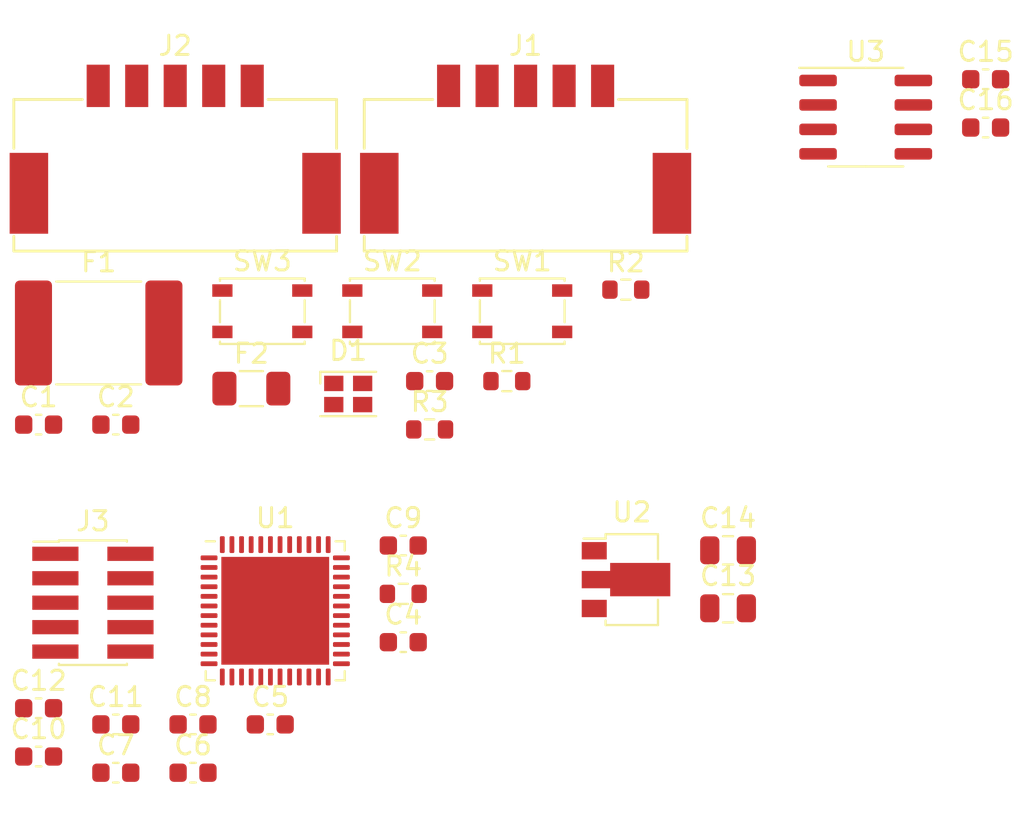
<source format=kicad_pcb>
(kicad_pcb (version 20171130) (host pcbnew "(5.1.7-0-10_14)")

  (general
    (thickness 1.6)
    (drawings 0)
    (tracks 0)
    (zones 0)
    (modules 32)
    (nets 52)
  )

  (page A4)
  (layers
    (0 F.Cu signal)
    (31 B.Cu signal)
    (32 B.Adhes user)
    (33 F.Adhes user)
    (34 B.Paste user)
    (35 F.Paste user)
    (36 B.SilkS user)
    (37 F.SilkS user)
    (38 B.Mask user)
    (39 F.Mask user)
    (40 Dwgs.User user)
    (41 Cmts.User user)
    (42 Eco1.User user)
    (43 Eco2.User user)
    (44 Edge.Cuts user)
    (45 Margin user)
    (46 B.CrtYd user)
    (47 F.CrtYd user)
    (48 B.Fab user)
    (49 F.Fab user)
  )

  (setup
    (last_trace_width 0.1524)
    (trace_clearance 0.1524)
    (zone_clearance 0.508)
    (zone_45_only no)
    (trace_min 0.1524)
    (via_size 0.5588)
    (via_drill 0.254)
    (via_min_size 0.5588)
    (via_min_drill 0.254)
    (uvia_size 0.3)
    (uvia_drill 0.1)
    (uvias_allowed no)
    (uvia_min_size 0.2)
    (uvia_min_drill 0.1)
    (edge_width 0.1)
    (segment_width 0.2)
    (pcb_text_width 0.3)
    (pcb_text_size 1.5 1.5)
    (mod_edge_width 0.15)
    (mod_text_size 1 1)
    (mod_text_width 0.15)
    (pad_size 1.524 1.524)
    (pad_drill 0.762)
    (pad_to_mask_clearance 0)
    (aux_axis_origin 0 0)
    (visible_elements FFFFFF7F)
    (pcbplotparams
      (layerselection 0x010fc_ffffffff)
      (usegerberextensions false)
      (usegerberattributes true)
      (usegerberadvancedattributes true)
      (creategerberjobfile true)
      (excludeedgelayer true)
      (linewidth 0.100000)
      (plotframeref false)
      (viasonmask false)
      (mode 1)
      (useauxorigin false)
      (hpglpennumber 1)
      (hpglpenspeed 20)
      (hpglpendiameter 15.000000)
      (psnegative false)
      (psa4output false)
      (plotreference true)
      (plotvalue true)
      (plotinvisibletext false)
      (padsonsilk false)
      (subtractmaskfromsilk false)
      (outputformat 1)
      (mirror false)
      (drillshape 1)
      (scaleselection 1)
      (outputdirectory ""))
  )

  (net 0 "")
  (net 1 GND)
  (net 2 /DBG2)
  (net 3 /DBG1)
  (net 4 /RST)
  (net 5 +3V3)
  (net 6 +5V)
  (net 7 "Net-(D1-Pad4)")
  (net 8 "Net-(D1-Pad3)")
  (net 9 "Net-(D1-Pad2)")
  (net 10 "Net-(F1-Pad2)")
  (net 11 +12V)
  (net 12 "Net-(F2-Pad2)")
  (net 13 /CAN/CANH)
  (net 14 /CAN/CANL)
  (net 15 "/NOGGIN/PA9(UART_TX)")
  (net 16 "/NOGGIN/PA10(UART_RX)")
  (net 17 "Net-(J3-Pad6)")
  (net 18 /NOGGIN/SWCLK)
  (net 19 /NOGGIN/SWDIO)
  (net 20 /LED_B)
  (net 21 /LED_G)
  (net 22 /LED_R)
  (net 23 "Net-(R4-Pad1)")
  (net 24 /NOGGIN/PB9)
  (net 25 /NOGGIN/PB8)
  (net 26 "/NOGGIN/PB7(SDA)")
  (net 27 "/NOGGIN/PB6(SCL)")
  (net 28 /NOGGIN/PB5)
  (net 29 /NOGGIN/PB4)
  (net 30 /NOGGIN/PB3)
  (net 31 /NOGGIN/PA15)
  (net 32 /CAN_TX)
  (net 33 /CAN_RX)
  (net 34 /NOGGIN/PA8)
  (net 35 /NOGGIN/PB15)
  (net 36 /NOGGIN/PB14)
  (net 37 /NOGGIN/PB13)
  (net 38 /NOGGIN/PB12)
  (net 39 /NOGGIN/PB11)
  (net 40 /NOGGIN/PB10)
  (net 41 /NOGGIN/PB2)
  (net 42 /NOGGIN/PB1)
  (net 43 /NOGGIN/PB0)
  (net 44 /NOGGIN/PA7)
  (net 45 /NOGGIN/PA6)
  (net 46 "/NOGGIN/PA5(DAC2)")
  (net 47 "/NOGGIN/PA4(DAC1)")
  (net 48 /NOGGIN/PA3)
  (net 49 /NOGGIN/PA2)
  (net 50 /NOGGIN/PA1)
  (net 51 /NOGGIN/PA0)

  (net_class Default "This is the default net class."
    (clearance 0.1524)
    (trace_width 0.1524)
    (via_dia 0.5588)
    (via_drill 0.254)
    (uvia_dia 0.3)
    (uvia_drill 0.1)
    (add_net +12V)
    (add_net +3V3)
    (add_net +5V)
    (add_net /CAN/CANH)
    (add_net /CAN/CANL)
    (add_net /CAN_RX)
    (add_net /CAN_TX)
    (add_net /DBG1)
    (add_net /DBG2)
    (add_net /LED_B)
    (add_net /LED_G)
    (add_net /LED_R)
    (add_net /NOGGIN/PA0)
    (add_net /NOGGIN/PA1)
    (add_net "/NOGGIN/PA10(UART_RX)")
    (add_net /NOGGIN/PA15)
    (add_net /NOGGIN/PA2)
    (add_net /NOGGIN/PA3)
    (add_net "/NOGGIN/PA4(DAC1)")
    (add_net "/NOGGIN/PA5(DAC2)")
    (add_net /NOGGIN/PA6)
    (add_net /NOGGIN/PA7)
    (add_net /NOGGIN/PA8)
    (add_net "/NOGGIN/PA9(UART_TX)")
    (add_net /NOGGIN/PB0)
    (add_net /NOGGIN/PB1)
    (add_net /NOGGIN/PB10)
    (add_net /NOGGIN/PB11)
    (add_net /NOGGIN/PB12)
    (add_net /NOGGIN/PB13)
    (add_net /NOGGIN/PB14)
    (add_net /NOGGIN/PB15)
    (add_net /NOGGIN/PB2)
    (add_net /NOGGIN/PB3)
    (add_net /NOGGIN/PB4)
    (add_net /NOGGIN/PB5)
    (add_net "/NOGGIN/PB6(SCL)")
    (add_net "/NOGGIN/PB7(SDA)")
    (add_net /NOGGIN/PB8)
    (add_net /NOGGIN/PB9)
    (add_net /NOGGIN/SWCLK)
    (add_net /NOGGIN/SWDIO)
    (add_net /RST)
    (add_net GND)
    (add_net "Net-(D1-Pad2)")
    (add_net "Net-(D1-Pad3)")
    (add_net "Net-(D1-Pad4)")
    (add_net "Net-(F1-Pad2)")
    (add_net "Net-(F2-Pad2)")
    (add_net "Net-(J3-Pad6)")
    (add_net "Net-(R4-Pad1)")
  )

  (module Package_SO:SOIC-8_3.9x4.9mm_P1.27mm (layer F.Cu) (tedit 5D9F72B1) (tstamp 5F9EFA1B)
    (at 162.96 85.53)
    (descr "SOIC, 8 Pin (JEDEC MS-012AA, https://www.analog.com/media/en/package-pcb-resources/package/pkg_pdf/soic_narrow-r/r_8.pdf), generated with kicad-footprint-generator ipc_gullwing_generator.py")
    (tags "SOIC SO")
    (path /5FA798F2/5FA700F5)
    (attr smd)
    (fp_text reference U3 (at 0 -3.4) (layer F.SilkS)
      (effects (font (size 1 1) (thickness 0.15)))
    )
    (fp_text value ATA6561 (at 0 3.4) (layer F.Fab)
      (effects (font (size 1 1) (thickness 0.15)))
    )
    (fp_text user %R (at 0 0) (layer F.Fab)
      (effects (font (size 0.98 0.98) (thickness 0.15)))
    )
    (fp_line (start 0 2.56) (end 1.95 2.56) (layer F.SilkS) (width 0.12))
    (fp_line (start 0 2.56) (end -1.95 2.56) (layer F.SilkS) (width 0.12))
    (fp_line (start 0 -2.56) (end 1.95 -2.56) (layer F.SilkS) (width 0.12))
    (fp_line (start 0 -2.56) (end -3.45 -2.56) (layer F.SilkS) (width 0.12))
    (fp_line (start -0.975 -2.45) (end 1.95 -2.45) (layer F.Fab) (width 0.1))
    (fp_line (start 1.95 -2.45) (end 1.95 2.45) (layer F.Fab) (width 0.1))
    (fp_line (start 1.95 2.45) (end -1.95 2.45) (layer F.Fab) (width 0.1))
    (fp_line (start -1.95 2.45) (end -1.95 -1.475) (layer F.Fab) (width 0.1))
    (fp_line (start -1.95 -1.475) (end -0.975 -2.45) (layer F.Fab) (width 0.1))
    (fp_line (start -3.7 -2.7) (end -3.7 2.7) (layer F.CrtYd) (width 0.05))
    (fp_line (start -3.7 2.7) (end 3.7 2.7) (layer F.CrtYd) (width 0.05))
    (fp_line (start 3.7 2.7) (end 3.7 -2.7) (layer F.CrtYd) (width 0.05))
    (fp_line (start 3.7 -2.7) (end -3.7 -2.7) (layer F.CrtYd) (width 0.05))
    (pad 8 smd roundrect (at 2.475 -1.905) (size 1.95 0.6) (layers F.Cu F.Paste F.Mask) (roundrect_rratio 0.25)
      (net 1 GND))
    (pad 7 smd roundrect (at 2.475 -0.635) (size 1.95 0.6) (layers F.Cu F.Paste F.Mask) (roundrect_rratio 0.25)
      (net 13 /CAN/CANH))
    (pad 6 smd roundrect (at 2.475 0.635) (size 1.95 0.6) (layers F.Cu F.Paste F.Mask) (roundrect_rratio 0.25)
      (net 14 /CAN/CANL))
    (pad 5 smd roundrect (at 2.475 1.905) (size 1.95 0.6) (layers F.Cu F.Paste F.Mask) (roundrect_rratio 0.25)
      (net 5 +3V3))
    (pad 4 smd roundrect (at -2.475 1.905) (size 1.95 0.6) (layers F.Cu F.Paste F.Mask) (roundrect_rratio 0.25)
      (net 33 /CAN_RX))
    (pad 3 smd roundrect (at -2.475 0.635) (size 1.95 0.6) (layers F.Cu F.Paste F.Mask) (roundrect_rratio 0.25)
      (net 6 +5V))
    (pad 2 smd roundrect (at -2.475 -0.635) (size 1.95 0.6) (layers F.Cu F.Paste F.Mask) (roundrect_rratio 0.25)
      (net 1 GND))
    (pad 1 smd roundrect (at -2.475 -1.905) (size 1.95 0.6) (layers F.Cu F.Paste F.Mask) (roundrect_rratio 0.25)
      (net 32 /CAN_TX))
    (model ${KISYS3DMOD}/Package_SO.3dshapes/SOIC-8_3.9x4.9mm_P1.27mm.wrl
      (at (xyz 0 0 0))
      (scale (xyz 1 1 1))
      (rotate (xyz 0 0 0))
    )
  )

  (module Package_TO_SOT_SMD:SOT-89-3 (layer F.Cu) (tedit 5C33D6E8) (tstamp 5F9EFA01)
    (at 150.51 109.55)
    (descr "SOT-89-3, http://ww1.microchip.com/downloads/en/DeviceDoc/3L_SOT-89_MB_C04-029C.pdf")
    (tags SOT-89-3)
    (path /5FA67030/5E64574D)
    (attr smd)
    (fp_text reference U2 (at 0.3 -3.5) (layer F.SilkS)
      (effects (font (size 1 1) (thickness 0.15)))
    )
    (fp_text value AZ1117-3.3 (at 0.3 3.5) (layer F.Fab)
      (effects (font (size 1 1) (thickness 0.15)))
    )
    (fp_text user %R (at 0.5 0 90) (layer F.Fab)
      (effects (font (size 1 1) (thickness 0.15)))
    )
    (fp_line (start 1.66 1.05) (end 1.66 2.36) (layer F.SilkS) (width 0.12))
    (fp_line (start 1.66 2.36) (end -1.06 2.36) (layer F.SilkS) (width 0.12))
    (fp_line (start -2.2 -2.13) (end -1.06 -2.13) (layer F.SilkS) (width 0.12))
    (fp_line (start 1.66 -2.36) (end 1.66 -1.05) (layer F.SilkS) (width 0.12))
    (fp_line (start -0.95 -1.25) (end 0.05 -2.25) (layer F.Fab) (width 0.1))
    (fp_line (start 1.55 -2.25) (end 1.55 2.25) (layer F.Fab) (width 0.1))
    (fp_line (start 1.55 2.25) (end -0.95 2.25) (layer F.Fab) (width 0.1))
    (fp_line (start -0.95 2.25) (end -0.95 -1.25) (layer F.Fab) (width 0.1))
    (fp_line (start 0.05 -2.25) (end 1.55 -2.25) (layer F.Fab) (width 0.1))
    (fp_line (start 2.55 -2.5) (end 2.55 2.5) (layer F.CrtYd) (width 0.05))
    (fp_line (start 2.55 -2.5) (end -2.55 -2.5) (layer F.CrtYd) (width 0.05))
    (fp_line (start -2.55 2.5) (end 2.55 2.5) (layer F.CrtYd) (width 0.05))
    (fp_line (start -2.55 2.5) (end -2.55 -2.5) (layer F.CrtYd) (width 0.05))
    (fp_line (start -1.06 -2.36) (end 1.66 -2.36) (layer F.SilkS) (width 0.12))
    (fp_line (start -1.06 -2.36) (end -1.06 -2.13) (layer F.SilkS) (width 0.12))
    (fp_line (start -1.06 2.36) (end -1.06 2.13) (layer F.SilkS) (width 0.12))
    (pad 2 smd custom (at -1.5625 0) (size 1.475 0.9) (layers F.Cu F.Paste F.Mask)
      (net 5 +3V3) (zone_connect 2)
      (options (clearance outline) (anchor rect))
      (primitives
        (gr_poly (pts
           (xy 0.7375 -0.8665) (xy 3.8625 -0.8665) (xy 3.8625 0.8665) (xy 0.7375 0.8665)) (width 0))
      ))
    (pad 3 smd rect (at -1.65 1.5) (size 1.3 0.9) (layers F.Cu F.Paste F.Mask)
      (net 6 +5V))
    (pad 1 smd rect (at -1.65 -1.5) (size 1.3 0.9) (layers F.Cu F.Paste F.Mask)
      (net 1 GND))
    (model ${KISYS3DMOD}/Package_TO_SOT_SMD.3dshapes/SOT-89-3.wrl
      (at (xyz 0 0 0))
      (scale (xyz 1 1 1))
      (rotate (xyz 0 0 0))
    )
  )

  (module Package_DFN_QFN:QFN-48-1EP_7x7mm_P0.5mm_EP5.6x5.6mm (layer F.Cu) (tedit 5DC5F6A5) (tstamp 5F9EF9E9)
    (at 132.29 111.17)
    (descr "QFN, 48 Pin (http://www.st.com/resource/en/datasheet/stm32f042k6.pdf#page=94), generated with kicad-footprint-generator ipc_noLead_generator.py")
    (tags "QFN NoLead")
    (path /5FA49801/5F9F368E)
    (attr smd)
    (fp_text reference U1 (at 0 -4.82) (layer F.SilkS)
      (effects (font (size 1 1) (thickness 0.15)))
    )
    (fp_text value STM32F072CBUx (at 0 4.82) (layer F.Fab)
      (effects (font (size 1 1) (thickness 0.15)))
    )
    (fp_text user %R (at 0 0) (layer F.Fab)
      (effects (font (size 1 1) (thickness 0.15)))
    )
    (fp_line (start 3.135 -3.61) (end 3.61 -3.61) (layer F.SilkS) (width 0.12))
    (fp_line (start 3.61 -3.61) (end 3.61 -3.135) (layer F.SilkS) (width 0.12))
    (fp_line (start -3.135 3.61) (end -3.61 3.61) (layer F.SilkS) (width 0.12))
    (fp_line (start -3.61 3.61) (end -3.61 3.135) (layer F.SilkS) (width 0.12))
    (fp_line (start 3.135 3.61) (end 3.61 3.61) (layer F.SilkS) (width 0.12))
    (fp_line (start 3.61 3.61) (end 3.61 3.135) (layer F.SilkS) (width 0.12))
    (fp_line (start -3.135 -3.61) (end -3.61 -3.61) (layer F.SilkS) (width 0.12))
    (fp_line (start -2.5 -3.5) (end 3.5 -3.5) (layer F.Fab) (width 0.1))
    (fp_line (start 3.5 -3.5) (end 3.5 3.5) (layer F.Fab) (width 0.1))
    (fp_line (start 3.5 3.5) (end -3.5 3.5) (layer F.Fab) (width 0.1))
    (fp_line (start -3.5 3.5) (end -3.5 -2.5) (layer F.Fab) (width 0.1))
    (fp_line (start -3.5 -2.5) (end -2.5 -3.5) (layer F.Fab) (width 0.1))
    (fp_line (start -4.12 -4.12) (end -4.12 4.12) (layer F.CrtYd) (width 0.05))
    (fp_line (start -4.12 4.12) (end 4.12 4.12) (layer F.CrtYd) (width 0.05))
    (fp_line (start 4.12 4.12) (end 4.12 -4.12) (layer F.CrtYd) (width 0.05))
    (fp_line (start 4.12 -4.12) (end -4.12 -4.12) (layer F.CrtYd) (width 0.05))
    (pad "" smd roundrect (at 2.1 2.1) (size 1.13 1.13) (layers F.Paste) (roundrect_rratio 0.221239))
    (pad "" smd roundrect (at 2.1 0.7) (size 1.13 1.13) (layers F.Paste) (roundrect_rratio 0.221239))
    (pad "" smd roundrect (at 2.1 -0.7) (size 1.13 1.13) (layers F.Paste) (roundrect_rratio 0.221239))
    (pad "" smd roundrect (at 2.1 -2.1) (size 1.13 1.13) (layers F.Paste) (roundrect_rratio 0.221239))
    (pad "" smd roundrect (at 0.7 2.1) (size 1.13 1.13) (layers F.Paste) (roundrect_rratio 0.221239))
    (pad "" smd roundrect (at 0.7 0.7) (size 1.13 1.13) (layers F.Paste) (roundrect_rratio 0.221239))
    (pad "" smd roundrect (at 0.7 -0.7) (size 1.13 1.13) (layers F.Paste) (roundrect_rratio 0.221239))
    (pad "" smd roundrect (at 0.7 -2.1) (size 1.13 1.13) (layers F.Paste) (roundrect_rratio 0.221239))
    (pad "" smd roundrect (at -0.7 2.1) (size 1.13 1.13) (layers F.Paste) (roundrect_rratio 0.221239))
    (pad "" smd roundrect (at -0.7 0.7) (size 1.13 1.13) (layers F.Paste) (roundrect_rratio 0.221239))
    (pad "" smd roundrect (at -0.7 -0.7) (size 1.13 1.13) (layers F.Paste) (roundrect_rratio 0.221239))
    (pad "" smd roundrect (at -0.7 -2.1) (size 1.13 1.13) (layers F.Paste) (roundrect_rratio 0.221239))
    (pad "" smd roundrect (at -2.1 2.1) (size 1.13 1.13) (layers F.Paste) (roundrect_rratio 0.221239))
    (pad "" smd roundrect (at -2.1 0.7) (size 1.13 1.13) (layers F.Paste) (roundrect_rratio 0.221239))
    (pad "" smd roundrect (at -2.1 -0.7) (size 1.13 1.13) (layers F.Paste) (roundrect_rratio 0.221239))
    (pad "" smd roundrect (at -2.1 -2.1) (size 1.13 1.13) (layers F.Paste) (roundrect_rratio 0.221239))
    (pad 49 smd rect (at 0 0) (size 5.6 5.6) (layers F.Cu F.Mask)
      (net 1 GND))
    (pad 48 smd roundrect (at -2.75 -3.4375) (size 0.25 0.875) (layers F.Cu F.Paste F.Mask) (roundrect_rratio 0.25)
      (net 5 +3V3))
    (pad 47 smd roundrect (at -2.25 -3.4375) (size 0.25 0.875) (layers F.Cu F.Paste F.Mask) (roundrect_rratio 0.25)
      (net 1 GND))
    (pad 46 smd roundrect (at -1.75 -3.4375) (size 0.25 0.875) (layers F.Cu F.Paste F.Mask) (roundrect_rratio 0.25)
      (net 24 /NOGGIN/PB9))
    (pad 45 smd roundrect (at -1.25 -3.4375) (size 0.25 0.875) (layers F.Cu F.Paste F.Mask) (roundrect_rratio 0.25)
      (net 25 /NOGGIN/PB8))
    (pad 44 smd roundrect (at -0.75 -3.4375) (size 0.25 0.875) (layers F.Cu F.Paste F.Mask) (roundrect_rratio 0.25)
      (net 23 "Net-(R4-Pad1)"))
    (pad 43 smd roundrect (at -0.25 -3.4375) (size 0.25 0.875) (layers F.Cu F.Paste F.Mask) (roundrect_rratio 0.25)
      (net 26 "/NOGGIN/PB7(SDA)"))
    (pad 42 smd roundrect (at 0.25 -3.4375) (size 0.25 0.875) (layers F.Cu F.Paste F.Mask) (roundrect_rratio 0.25)
      (net 27 "/NOGGIN/PB6(SCL)"))
    (pad 41 smd roundrect (at 0.75 -3.4375) (size 0.25 0.875) (layers F.Cu F.Paste F.Mask) (roundrect_rratio 0.25)
      (net 28 /NOGGIN/PB5))
    (pad 40 smd roundrect (at 1.25 -3.4375) (size 0.25 0.875) (layers F.Cu F.Paste F.Mask) (roundrect_rratio 0.25)
      (net 29 /NOGGIN/PB4))
    (pad 39 smd roundrect (at 1.75 -3.4375) (size 0.25 0.875) (layers F.Cu F.Paste F.Mask) (roundrect_rratio 0.25)
      (net 30 /NOGGIN/PB3))
    (pad 38 smd roundrect (at 2.25 -3.4375) (size 0.25 0.875) (layers F.Cu F.Paste F.Mask) (roundrect_rratio 0.25)
      (net 31 /NOGGIN/PA15))
    (pad 37 smd roundrect (at 2.75 -3.4375) (size 0.25 0.875) (layers F.Cu F.Paste F.Mask) (roundrect_rratio 0.25)
      (net 18 /NOGGIN/SWCLK))
    (pad 36 smd roundrect (at 3.4375 -2.75) (size 0.875 0.25) (layers F.Cu F.Paste F.Mask) (roundrect_rratio 0.25)
      (net 5 +3V3))
    (pad 35 smd roundrect (at 3.4375 -2.25) (size 0.875 0.25) (layers F.Cu F.Paste F.Mask) (roundrect_rratio 0.25)
      (net 1 GND))
    (pad 34 smd roundrect (at 3.4375 -1.75) (size 0.875 0.25) (layers F.Cu F.Paste F.Mask) (roundrect_rratio 0.25)
      (net 19 /NOGGIN/SWDIO))
    (pad 33 smd roundrect (at 3.4375 -1.25) (size 0.875 0.25) (layers F.Cu F.Paste F.Mask) (roundrect_rratio 0.25)
      (net 32 /CAN_TX))
    (pad 32 smd roundrect (at 3.4375 -0.75) (size 0.875 0.25) (layers F.Cu F.Paste F.Mask) (roundrect_rratio 0.25)
      (net 33 /CAN_RX))
    (pad 31 smd roundrect (at 3.4375 -0.25) (size 0.875 0.25) (layers F.Cu F.Paste F.Mask) (roundrect_rratio 0.25)
      (net 16 "/NOGGIN/PA10(UART_RX)"))
    (pad 30 smd roundrect (at 3.4375 0.25) (size 0.875 0.25) (layers F.Cu F.Paste F.Mask) (roundrect_rratio 0.25)
      (net 15 "/NOGGIN/PA9(UART_TX)"))
    (pad 29 smd roundrect (at 3.4375 0.75) (size 0.875 0.25) (layers F.Cu F.Paste F.Mask) (roundrect_rratio 0.25)
      (net 34 /NOGGIN/PA8))
    (pad 28 smd roundrect (at 3.4375 1.25) (size 0.875 0.25) (layers F.Cu F.Paste F.Mask) (roundrect_rratio 0.25)
      (net 35 /NOGGIN/PB15))
    (pad 27 smd roundrect (at 3.4375 1.75) (size 0.875 0.25) (layers F.Cu F.Paste F.Mask) (roundrect_rratio 0.25)
      (net 36 /NOGGIN/PB14))
    (pad 26 smd roundrect (at 3.4375 2.25) (size 0.875 0.25) (layers F.Cu F.Paste F.Mask) (roundrect_rratio 0.25)
      (net 37 /NOGGIN/PB13))
    (pad 25 smd roundrect (at 3.4375 2.75) (size 0.875 0.25) (layers F.Cu F.Paste F.Mask) (roundrect_rratio 0.25)
      (net 38 /NOGGIN/PB12))
    (pad 24 smd roundrect (at 2.75 3.4375) (size 0.25 0.875) (layers F.Cu F.Paste F.Mask) (roundrect_rratio 0.25)
      (net 5 +3V3))
    (pad 23 smd roundrect (at 2.25 3.4375) (size 0.25 0.875) (layers F.Cu F.Paste F.Mask) (roundrect_rratio 0.25)
      (net 1 GND))
    (pad 22 smd roundrect (at 1.75 3.4375) (size 0.25 0.875) (layers F.Cu F.Paste F.Mask) (roundrect_rratio 0.25)
      (net 39 /NOGGIN/PB11))
    (pad 21 smd roundrect (at 1.25 3.4375) (size 0.25 0.875) (layers F.Cu F.Paste F.Mask) (roundrect_rratio 0.25)
      (net 40 /NOGGIN/PB10))
    (pad 20 smd roundrect (at 0.75 3.4375) (size 0.25 0.875) (layers F.Cu F.Paste F.Mask) (roundrect_rratio 0.25)
      (net 41 /NOGGIN/PB2))
    (pad 19 smd roundrect (at 0.25 3.4375) (size 0.25 0.875) (layers F.Cu F.Paste F.Mask) (roundrect_rratio 0.25)
      (net 42 /NOGGIN/PB1))
    (pad 18 smd roundrect (at -0.25 3.4375) (size 0.25 0.875) (layers F.Cu F.Paste F.Mask) (roundrect_rratio 0.25)
      (net 43 /NOGGIN/PB0))
    (pad 17 smd roundrect (at -0.75 3.4375) (size 0.25 0.875) (layers F.Cu F.Paste F.Mask) (roundrect_rratio 0.25)
      (net 44 /NOGGIN/PA7))
    (pad 16 smd roundrect (at -1.25 3.4375) (size 0.25 0.875) (layers F.Cu F.Paste F.Mask) (roundrect_rratio 0.25)
      (net 45 /NOGGIN/PA6))
    (pad 15 smd roundrect (at -1.75 3.4375) (size 0.25 0.875) (layers F.Cu F.Paste F.Mask) (roundrect_rratio 0.25)
      (net 46 "/NOGGIN/PA5(DAC2)"))
    (pad 14 smd roundrect (at -2.25 3.4375) (size 0.25 0.875) (layers F.Cu F.Paste F.Mask) (roundrect_rratio 0.25)
      (net 47 "/NOGGIN/PA4(DAC1)"))
    (pad 13 smd roundrect (at -2.75 3.4375) (size 0.25 0.875) (layers F.Cu F.Paste F.Mask) (roundrect_rratio 0.25)
      (net 48 /NOGGIN/PA3))
    (pad 12 smd roundrect (at -3.4375 2.75) (size 0.875 0.25) (layers F.Cu F.Paste F.Mask) (roundrect_rratio 0.25)
      (net 49 /NOGGIN/PA2))
    (pad 11 smd roundrect (at -3.4375 2.25) (size 0.875 0.25) (layers F.Cu F.Paste F.Mask) (roundrect_rratio 0.25)
      (net 50 /NOGGIN/PA1))
    (pad 10 smd roundrect (at -3.4375 1.75) (size 0.875 0.25) (layers F.Cu F.Paste F.Mask) (roundrect_rratio 0.25)
      (net 51 /NOGGIN/PA0))
    (pad 9 smd roundrect (at -3.4375 1.25) (size 0.875 0.25) (layers F.Cu F.Paste F.Mask) (roundrect_rratio 0.25)
      (net 5 +3V3))
    (pad 8 smd roundrect (at -3.4375 0.75) (size 0.875 0.25) (layers F.Cu F.Paste F.Mask) (roundrect_rratio 0.25)
      (net 1 GND))
    (pad 7 smd roundrect (at -3.4375 0.25) (size 0.875 0.25) (layers F.Cu F.Paste F.Mask) (roundrect_rratio 0.25)
      (net 4 /RST))
    (pad 6 smd roundrect (at -3.4375 -0.25) (size 0.875 0.25) (layers F.Cu F.Paste F.Mask) (roundrect_rratio 0.25)
      (net 2 /DBG2))
    (pad 5 smd roundrect (at -3.4375 -0.75) (size 0.875 0.25) (layers F.Cu F.Paste F.Mask) (roundrect_rratio 0.25)
      (net 3 /DBG1))
    (pad 4 smd roundrect (at -3.4375 -1.25) (size 0.875 0.25) (layers F.Cu F.Paste F.Mask) (roundrect_rratio 0.25)
      (net 20 /LED_B))
    (pad 3 smd roundrect (at -3.4375 -1.75) (size 0.875 0.25) (layers F.Cu F.Paste F.Mask) (roundrect_rratio 0.25)
      (net 21 /LED_G))
    (pad 2 smd roundrect (at -3.4375 -2.25) (size 0.875 0.25) (layers F.Cu F.Paste F.Mask) (roundrect_rratio 0.25)
      (net 22 /LED_R))
    (pad 1 smd roundrect (at -3.4375 -2.75) (size 0.875 0.25) (layers F.Cu F.Paste F.Mask) (roundrect_rratio 0.25)
      (net 5 +3V3))
    (model ${KISYS3DMOD}/Package_DFN_QFN.3dshapes/QFN-48-1EP_7x7mm_P0.5mm_EP5.6x5.6mm.wrl
      (at (xyz 0 0 0))
      (scale (xyz 1 1 1))
      (rotate (xyz 0 0 0))
    )
  )

  (module Button_Switch_SMD:SW_SPST_PTS810 (layer F.Cu) (tedit 5B0610A8) (tstamp 5F9EF993)
    (at 131.62 95.61)
    (descr "C&K Components, PTS 810 Series, Microminiature SMT Top Actuated, http://www.ckswitches.com/media/1476/pts810.pdf")
    (tags "SPST Button Switch")
    (path /5FA53F43)
    (attr smd)
    (fp_text reference SW3 (at 0 -2.6) (layer F.SilkS)
      (effects (font (size 1 1) (thickness 0.15)))
    )
    (fp_text value RST (at 0 2.6) (layer F.Fab)
      (effects (font (size 1 1) (thickness 0.15)))
    )
    (fp_arc (start 0.4 0) (end 0.4 -1.1) (angle 180) (layer F.Fab) (width 0.1))
    (fp_arc (start -0.4 0) (end -0.4 1.1) (angle 180) (layer F.Fab) (width 0.1))
    (fp_text user %R (at 0 0) (layer F.Fab)
      (effects (font (size 0.6 0.6) (thickness 0.09)))
    )
    (fp_line (start -2.85 -1.85) (end 2.85 -1.85) (layer F.CrtYd) (width 0.05))
    (fp_line (start -2.85 1.85) (end -2.85 -1.85) (layer F.CrtYd) (width 0.05))
    (fp_line (start 2.85 1.85) (end -2.85 1.85) (layer F.CrtYd) (width 0.05))
    (fp_line (start 2.85 -1.85) (end 2.85 1.85) (layer F.CrtYd) (width 0.05))
    (fp_line (start 2.2 -1.58) (end 2.2 -1.7) (layer F.SilkS) (width 0.12))
    (fp_line (start 2.2 0.57) (end 2.2 -0.57) (layer F.SilkS) (width 0.12))
    (fp_line (start 2.2 1.7) (end 2.2 1.58) (layer F.SilkS) (width 0.12))
    (fp_line (start -2.2 1.7) (end 2.2 1.7) (layer F.SilkS) (width 0.12))
    (fp_line (start -2.2 1.58) (end -2.2 1.7) (layer F.SilkS) (width 0.12))
    (fp_line (start -2.2 -0.57) (end -2.2 0.57) (layer F.SilkS) (width 0.12))
    (fp_line (start -2.2 -1.7) (end -2.2 -1.58) (layer F.SilkS) (width 0.12))
    (fp_line (start 2.2 -1.7) (end -2.2 -1.7) (layer F.SilkS) (width 0.12))
    (fp_line (start 0.4 1.1) (end -0.4 1.1) (layer F.Fab) (width 0.1))
    (fp_line (start -0.4 -1.1) (end 0.4 -1.1) (layer F.Fab) (width 0.1))
    (fp_line (start -2.1 1.6) (end 2.1 1.6) (layer F.Fab) (width 0.1))
    (fp_line (start -2.1 -1.6) (end -2.1 1.6) (layer F.Fab) (width 0.1))
    (fp_line (start 2.1 -1.6) (end -2.1 -1.6) (layer F.Fab) (width 0.1))
    (fp_line (start 2.1 1.6) (end 2.1 -1.6) (layer F.Fab) (width 0.1))
    (pad 2 smd rect (at 2.075 1.075) (size 1.05 0.65) (layers F.Cu F.Paste F.Mask)
      (net 1 GND))
    (pad 2 smd rect (at -2.075 1.075) (size 1.05 0.65) (layers F.Cu F.Paste F.Mask)
      (net 1 GND))
    (pad 1 smd rect (at 2.075 -1.075) (size 1.05 0.65) (layers F.Cu F.Paste F.Mask)
      (net 4 /RST))
    (pad 1 smd rect (at -2.075 -1.075) (size 1.05 0.65) (layers F.Cu F.Paste F.Mask)
      (net 4 /RST))
    (model ${KISYS3DMOD}/Button_Switch_SMD.3dshapes/SW_SPST_PTS810.wrl
      (at (xyz 0 0 0))
      (scale (xyz 1 1 1))
      (rotate (xyz 0 0 0))
    )
  )

  (module Button_Switch_SMD:SW_SPST_PTS810 (layer F.Cu) (tedit 5B0610A8) (tstamp 5F9EF976)
    (at 138.37 95.61)
    (descr "C&K Components, PTS 810 Series, Microminiature SMT Top Actuated, http://www.ckswitches.com/media/1476/pts810.pdf")
    (tags "SPST Button Switch")
    (path /5E664DDC)
    (attr smd)
    (fp_text reference SW2 (at 0 -2.6) (layer F.SilkS)
      (effects (font (size 1 1) (thickness 0.15)))
    )
    (fp_text value DBG1 (at 0 2.6) (layer F.Fab)
      (effects (font (size 1 1) (thickness 0.15)))
    )
    (fp_arc (start 0.4 0) (end 0.4 -1.1) (angle 180) (layer F.Fab) (width 0.1))
    (fp_arc (start -0.4 0) (end -0.4 1.1) (angle 180) (layer F.Fab) (width 0.1))
    (fp_text user %R (at 0 0) (layer F.Fab)
      (effects (font (size 0.6 0.6) (thickness 0.09)))
    )
    (fp_line (start -2.85 -1.85) (end 2.85 -1.85) (layer F.CrtYd) (width 0.05))
    (fp_line (start -2.85 1.85) (end -2.85 -1.85) (layer F.CrtYd) (width 0.05))
    (fp_line (start 2.85 1.85) (end -2.85 1.85) (layer F.CrtYd) (width 0.05))
    (fp_line (start 2.85 -1.85) (end 2.85 1.85) (layer F.CrtYd) (width 0.05))
    (fp_line (start 2.2 -1.58) (end 2.2 -1.7) (layer F.SilkS) (width 0.12))
    (fp_line (start 2.2 0.57) (end 2.2 -0.57) (layer F.SilkS) (width 0.12))
    (fp_line (start 2.2 1.7) (end 2.2 1.58) (layer F.SilkS) (width 0.12))
    (fp_line (start -2.2 1.7) (end 2.2 1.7) (layer F.SilkS) (width 0.12))
    (fp_line (start -2.2 1.58) (end -2.2 1.7) (layer F.SilkS) (width 0.12))
    (fp_line (start -2.2 -0.57) (end -2.2 0.57) (layer F.SilkS) (width 0.12))
    (fp_line (start -2.2 -1.7) (end -2.2 -1.58) (layer F.SilkS) (width 0.12))
    (fp_line (start 2.2 -1.7) (end -2.2 -1.7) (layer F.SilkS) (width 0.12))
    (fp_line (start 0.4 1.1) (end -0.4 1.1) (layer F.Fab) (width 0.1))
    (fp_line (start -0.4 -1.1) (end 0.4 -1.1) (layer F.Fab) (width 0.1))
    (fp_line (start -2.1 1.6) (end 2.1 1.6) (layer F.Fab) (width 0.1))
    (fp_line (start -2.1 -1.6) (end -2.1 1.6) (layer F.Fab) (width 0.1))
    (fp_line (start 2.1 -1.6) (end -2.1 -1.6) (layer F.Fab) (width 0.1))
    (fp_line (start 2.1 1.6) (end 2.1 -1.6) (layer F.Fab) (width 0.1))
    (pad 2 smd rect (at 2.075 1.075) (size 1.05 0.65) (layers F.Cu F.Paste F.Mask)
      (net 1 GND))
    (pad 2 smd rect (at -2.075 1.075) (size 1.05 0.65) (layers F.Cu F.Paste F.Mask)
      (net 1 GND))
    (pad 1 smd rect (at 2.075 -1.075) (size 1.05 0.65) (layers F.Cu F.Paste F.Mask)
      (net 3 /DBG1))
    (pad 1 smd rect (at -2.075 -1.075) (size 1.05 0.65) (layers F.Cu F.Paste F.Mask)
      (net 3 /DBG1))
    (model ${KISYS3DMOD}/Button_Switch_SMD.3dshapes/SW_SPST_PTS810.wrl
      (at (xyz 0 0 0))
      (scale (xyz 1 1 1))
      (rotate (xyz 0 0 0))
    )
  )

  (module Button_Switch_SMD:SW_SPST_PTS810 (layer F.Cu) (tedit 5B0610A8) (tstamp 5F9EF959)
    (at 145.12 95.61)
    (descr "C&K Components, PTS 810 Series, Microminiature SMT Top Actuated, http://www.ckswitches.com/media/1476/pts810.pdf")
    (tags "SPST Button Switch")
    (path /5E62FB71)
    (attr smd)
    (fp_text reference SW1 (at 0 -2.6) (layer F.SilkS)
      (effects (font (size 1 1) (thickness 0.15)))
    )
    (fp_text value DBG2 (at 0 2.6) (layer F.Fab)
      (effects (font (size 1 1) (thickness 0.15)))
    )
    (fp_arc (start 0.4 0) (end 0.4 -1.1) (angle 180) (layer F.Fab) (width 0.1))
    (fp_arc (start -0.4 0) (end -0.4 1.1) (angle 180) (layer F.Fab) (width 0.1))
    (fp_text user %R (at 0 0) (layer F.Fab)
      (effects (font (size 0.6 0.6) (thickness 0.09)))
    )
    (fp_line (start -2.85 -1.85) (end 2.85 -1.85) (layer F.CrtYd) (width 0.05))
    (fp_line (start -2.85 1.85) (end -2.85 -1.85) (layer F.CrtYd) (width 0.05))
    (fp_line (start 2.85 1.85) (end -2.85 1.85) (layer F.CrtYd) (width 0.05))
    (fp_line (start 2.85 -1.85) (end 2.85 1.85) (layer F.CrtYd) (width 0.05))
    (fp_line (start 2.2 -1.58) (end 2.2 -1.7) (layer F.SilkS) (width 0.12))
    (fp_line (start 2.2 0.57) (end 2.2 -0.57) (layer F.SilkS) (width 0.12))
    (fp_line (start 2.2 1.7) (end 2.2 1.58) (layer F.SilkS) (width 0.12))
    (fp_line (start -2.2 1.7) (end 2.2 1.7) (layer F.SilkS) (width 0.12))
    (fp_line (start -2.2 1.58) (end -2.2 1.7) (layer F.SilkS) (width 0.12))
    (fp_line (start -2.2 -0.57) (end -2.2 0.57) (layer F.SilkS) (width 0.12))
    (fp_line (start -2.2 -1.7) (end -2.2 -1.58) (layer F.SilkS) (width 0.12))
    (fp_line (start 2.2 -1.7) (end -2.2 -1.7) (layer F.SilkS) (width 0.12))
    (fp_line (start 0.4 1.1) (end -0.4 1.1) (layer F.Fab) (width 0.1))
    (fp_line (start -0.4 -1.1) (end 0.4 -1.1) (layer F.Fab) (width 0.1))
    (fp_line (start -2.1 1.6) (end 2.1 1.6) (layer F.Fab) (width 0.1))
    (fp_line (start -2.1 -1.6) (end -2.1 1.6) (layer F.Fab) (width 0.1))
    (fp_line (start 2.1 -1.6) (end -2.1 -1.6) (layer F.Fab) (width 0.1))
    (fp_line (start 2.1 1.6) (end 2.1 -1.6) (layer F.Fab) (width 0.1))
    (pad 2 smd rect (at 2.075 1.075) (size 1.05 0.65) (layers F.Cu F.Paste F.Mask)
      (net 1 GND))
    (pad 2 smd rect (at -2.075 1.075) (size 1.05 0.65) (layers F.Cu F.Paste F.Mask)
      (net 1 GND))
    (pad 1 smd rect (at 2.075 -1.075) (size 1.05 0.65) (layers F.Cu F.Paste F.Mask)
      (net 2 /DBG2))
    (pad 1 smd rect (at -2.075 -1.075) (size 1.05 0.65) (layers F.Cu F.Paste F.Mask)
      (net 2 /DBG2))
    (model ${KISYS3DMOD}/Button_Switch_SMD.3dshapes/SW_SPST_PTS810.wrl
      (at (xyz 0 0 0))
      (scale (xyz 1 1 1))
      (rotate (xyz 0 0 0))
    )
  )

  (module Resistor_SMD:R_0603_1608Metric (layer F.Cu) (tedit 5F68FEEE) (tstamp 5F9EF93C)
    (at 138.94 110.29)
    (descr "Resistor SMD 0603 (1608 Metric), square (rectangular) end terminal, IPC_7351 nominal, (Body size source: IPC-SM-782 page 72, https://www.pcb-3d.com/wordpress/wp-content/uploads/ipc-sm-782a_amendment_1_and_2.pdf), generated with kicad-footprint-generator")
    (tags resistor)
    (path /5FA49801/5E632149)
    (attr smd)
    (fp_text reference R4 (at 0 -1.43) (layer F.SilkS)
      (effects (font (size 1 1) (thickness 0.15)))
    )
    (fp_text value 100k (at 0 1.43) (layer F.Fab)
      (effects (font (size 1 1) (thickness 0.15)))
    )
    (fp_text user %R (at 0 0) (layer F.Fab)
      (effects (font (size 0.4 0.4) (thickness 0.06)))
    )
    (fp_line (start -0.8 0.4125) (end -0.8 -0.4125) (layer F.Fab) (width 0.1))
    (fp_line (start -0.8 -0.4125) (end 0.8 -0.4125) (layer F.Fab) (width 0.1))
    (fp_line (start 0.8 -0.4125) (end 0.8 0.4125) (layer F.Fab) (width 0.1))
    (fp_line (start 0.8 0.4125) (end -0.8 0.4125) (layer F.Fab) (width 0.1))
    (fp_line (start -0.237258 -0.5225) (end 0.237258 -0.5225) (layer F.SilkS) (width 0.12))
    (fp_line (start -0.237258 0.5225) (end 0.237258 0.5225) (layer F.SilkS) (width 0.12))
    (fp_line (start -1.48 0.73) (end -1.48 -0.73) (layer F.CrtYd) (width 0.05))
    (fp_line (start -1.48 -0.73) (end 1.48 -0.73) (layer F.CrtYd) (width 0.05))
    (fp_line (start 1.48 -0.73) (end 1.48 0.73) (layer F.CrtYd) (width 0.05))
    (fp_line (start 1.48 0.73) (end -1.48 0.73) (layer F.CrtYd) (width 0.05))
    (pad 2 smd roundrect (at 0.825 0) (size 0.8 0.95) (layers F.Cu F.Paste F.Mask) (roundrect_rratio 0.25)
      (net 1 GND))
    (pad 1 smd roundrect (at -0.825 0) (size 0.8 0.95) (layers F.Cu F.Paste F.Mask) (roundrect_rratio 0.25)
      (net 23 "Net-(R4-Pad1)"))
    (model ${KISYS3DMOD}/Resistor_SMD.3dshapes/R_0603_1608Metric.wrl
      (at (xyz 0 0 0))
      (scale (xyz 1 1 1))
      (rotate (xyz 0 0 0))
    )
  )

  (module Resistor_SMD:R_0603_1608Metric (layer F.Cu) (tedit 5F68FEEE) (tstamp 5F9EF92B)
    (at 140.31 101.75)
    (descr "Resistor SMD 0603 (1608 Metric), square (rectangular) end terminal, IPC_7351 nominal, (Body size source: IPC-SM-782 page 72, https://www.pcb-3d.com/wordpress/wp-content/uploads/ipc-sm-782a_amendment_1_and_2.pdf), generated with kicad-footprint-generator")
    (tags resistor)
    (path /5E638298)
    (attr smd)
    (fp_text reference R3 (at 0 -1.43) (layer F.SilkS)
      (effects (font (size 1 1) (thickness 0.15)))
    )
    (fp_text value 47 (at 0 1.43) (layer F.Fab)
      (effects (font (size 1 1) (thickness 0.15)))
    )
    (fp_text user %R (at 0 0) (layer F.Fab)
      (effects (font (size 0.4 0.4) (thickness 0.06)))
    )
    (fp_line (start -0.8 0.4125) (end -0.8 -0.4125) (layer F.Fab) (width 0.1))
    (fp_line (start -0.8 -0.4125) (end 0.8 -0.4125) (layer F.Fab) (width 0.1))
    (fp_line (start 0.8 -0.4125) (end 0.8 0.4125) (layer F.Fab) (width 0.1))
    (fp_line (start 0.8 0.4125) (end -0.8 0.4125) (layer F.Fab) (width 0.1))
    (fp_line (start -0.237258 -0.5225) (end 0.237258 -0.5225) (layer F.SilkS) (width 0.12))
    (fp_line (start -0.237258 0.5225) (end 0.237258 0.5225) (layer F.SilkS) (width 0.12))
    (fp_line (start -1.48 0.73) (end -1.48 -0.73) (layer F.CrtYd) (width 0.05))
    (fp_line (start -1.48 -0.73) (end 1.48 -0.73) (layer F.CrtYd) (width 0.05))
    (fp_line (start 1.48 -0.73) (end 1.48 0.73) (layer F.CrtYd) (width 0.05))
    (fp_line (start 1.48 0.73) (end -1.48 0.73) (layer F.CrtYd) (width 0.05))
    (pad 2 smd roundrect (at 0.825 0) (size 0.8 0.95) (layers F.Cu F.Paste F.Mask) (roundrect_rratio 0.25)
      (net 9 "Net-(D1-Pad2)"))
    (pad 1 smd roundrect (at -0.825 0) (size 0.8 0.95) (layers F.Cu F.Paste F.Mask) (roundrect_rratio 0.25)
      (net 22 /LED_R))
    (model ${KISYS3DMOD}/Resistor_SMD.3dshapes/R_0603_1608Metric.wrl
      (at (xyz 0 0 0))
      (scale (xyz 1 1 1))
      (rotate (xyz 0 0 0))
    )
  )

  (module Resistor_SMD:R_0603_1608Metric (layer F.Cu) (tedit 5F68FEEE) (tstamp 5F9EF91A)
    (at 150.5 94.49)
    (descr "Resistor SMD 0603 (1608 Metric), square (rectangular) end terminal, IPC_7351 nominal, (Body size source: IPC-SM-782 page 72, https://www.pcb-3d.com/wordpress/wp-content/uploads/ipc-sm-782a_amendment_1_and_2.pdf), generated with kicad-footprint-generator")
    (tags resistor)
    (path /5E637FDD)
    (attr smd)
    (fp_text reference R2 (at 0 -1.43) (layer F.SilkS)
      (effects (font (size 1 1) (thickness 0.15)))
    )
    (fp_text value 47 (at 0 1.43) (layer F.Fab)
      (effects (font (size 1 1) (thickness 0.15)))
    )
    (fp_text user %R (at 0 0) (layer F.Fab)
      (effects (font (size 0.4 0.4) (thickness 0.06)))
    )
    (fp_line (start -0.8 0.4125) (end -0.8 -0.4125) (layer F.Fab) (width 0.1))
    (fp_line (start -0.8 -0.4125) (end 0.8 -0.4125) (layer F.Fab) (width 0.1))
    (fp_line (start 0.8 -0.4125) (end 0.8 0.4125) (layer F.Fab) (width 0.1))
    (fp_line (start 0.8 0.4125) (end -0.8 0.4125) (layer F.Fab) (width 0.1))
    (fp_line (start -0.237258 -0.5225) (end 0.237258 -0.5225) (layer F.SilkS) (width 0.12))
    (fp_line (start -0.237258 0.5225) (end 0.237258 0.5225) (layer F.SilkS) (width 0.12))
    (fp_line (start -1.48 0.73) (end -1.48 -0.73) (layer F.CrtYd) (width 0.05))
    (fp_line (start -1.48 -0.73) (end 1.48 -0.73) (layer F.CrtYd) (width 0.05))
    (fp_line (start 1.48 -0.73) (end 1.48 0.73) (layer F.CrtYd) (width 0.05))
    (fp_line (start 1.48 0.73) (end -1.48 0.73) (layer F.CrtYd) (width 0.05))
    (pad 2 smd roundrect (at 0.825 0) (size 0.8 0.95) (layers F.Cu F.Paste F.Mask) (roundrect_rratio 0.25)
      (net 8 "Net-(D1-Pad3)"))
    (pad 1 smd roundrect (at -0.825 0) (size 0.8 0.95) (layers F.Cu F.Paste F.Mask) (roundrect_rratio 0.25)
      (net 21 /LED_G))
    (model ${KISYS3DMOD}/Resistor_SMD.3dshapes/R_0603_1608Metric.wrl
      (at (xyz 0 0 0))
      (scale (xyz 1 1 1))
      (rotate (xyz 0 0 0))
    )
  )

  (module Resistor_SMD:R_0603_1608Metric (layer F.Cu) (tedit 5F68FEEE) (tstamp 5F9EF909)
    (at 144.32 99.24)
    (descr "Resistor SMD 0603 (1608 Metric), square (rectangular) end terminal, IPC_7351 nominal, (Body size source: IPC-SM-782 page 72, https://www.pcb-3d.com/wordpress/wp-content/uploads/ipc-sm-782a_amendment_1_and_2.pdf), generated with kicad-footprint-generator")
    (tags resistor)
    (path /5E636DC7)
    (attr smd)
    (fp_text reference R1 (at 0 -1.43) (layer F.SilkS)
      (effects (font (size 1 1) (thickness 0.15)))
    )
    (fp_text value 47 (at 0 1.43) (layer F.Fab)
      (effects (font (size 1 1) (thickness 0.15)))
    )
    (fp_text user %R (at 0 0) (layer F.Fab)
      (effects (font (size 0.4 0.4) (thickness 0.06)))
    )
    (fp_line (start -0.8 0.4125) (end -0.8 -0.4125) (layer F.Fab) (width 0.1))
    (fp_line (start -0.8 -0.4125) (end 0.8 -0.4125) (layer F.Fab) (width 0.1))
    (fp_line (start 0.8 -0.4125) (end 0.8 0.4125) (layer F.Fab) (width 0.1))
    (fp_line (start 0.8 0.4125) (end -0.8 0.4125) (layer F.Fab) (width 0.1))
    (fp_line (start -0.237258 -0.5225) (end 0.237258 -0.5225) (layer F.SilkS) (width 0.12))
    (fp_line (start -0.237258 0.5225) (end 0.237258 0.5225) (layer F.SilkS) (width 0.12))
    (fp_line (start -1.48 0.73) (end -1.48 -0.73) (layer F.CrtYd) (width 0.05))
    (fp_line (start -1.48 -0.73) (end 1.48 -0.73) (layer F.CrtYd) (width 0.05))
    (fp_line (start 1.48 -0.73) (end 1.48 0.73) (layer F.CrtYd) (width 0.05))
    (fp_line (start 1.48 0.73) (end -1.48 0.73) (layer F.CrtYd) (width 0.05))
    (pad 2 smd roundrect (at 0.825 0) (size 0.8 0.95) (layers F.Cu F.Paste F.Mask) (roundrect_rratio 0.25)
      (net 7 "Net-(D1-Pad4)"))
    (pad 1 smd roundrect (at -0.825 0) (size 0.8 0.95) (layers F.Cu F.Paste F.Mask) (roundrect_rratio 0.25)
      (net 20 /LED_B))
    (model ${KISYS3DMOD}/Resistor_SMD.3dshapes/R_0603_1608Metric.wrl
      (at (xyz 0 0 0))
      (scale (xyz 1 1 1))
      (rotate (xyz 0 0 0))
    )
  )

  (module Connector_PinHeader_1.27mm:PinHeader_2x05_P1.27mm_Vertical_SMD (layer F.Cu) (tedit 59FED6E3) (tstamp 5F9EF8F8)
    (at 122.82 110.75)
    (descr "surface-mounted straight pin header, 2x05, 1.27mm pitch, double rows")
    (tags "Surface mounted pin header SMD 2x05 1.27mm double row")
    (path /5FA49801/5E8308C2)
    (attr smd)
    (fp_text reference J3 (at 0 -4.235) (layer F.SilkS)
      (effects (font (size 1 1) (thickness 0.15)))
    )
    (fp_text value SWD_UART (at 0 4.235) (layer F.Fab)
      (effects (font (size 1 1) (thickness 0.15)))
    )
    (fp_text user %R (at 0 0 90) (layer F.Fab)
      (effects (font (size 1 1) (thickness 0.15)))
    )
    (fp_line (start 1.705 3.175) (end -1.705 3.175) (layer F.Fab) (width 0.1))
    (fp_line (start -1.27 -3.175) (end 1.705 -3.175) (layer F.Fab) (width 0.1))
    (fp_line (start -1.705 3.175) (end -1.705 -2.74) (layer F.Fab) (width 0.1))
    (fp_line (start -1.705 -2.74) (end -1.27 -3.175) (layer F.Fab) (width 0.1))
    (fp_line (start 1.705 -3.175) (end 1.705 3.175) (layer F.Fab) (width 0.1))
    (fp_line (start -1.705 -2.74) (end -2.75 -2.74) (layer F.Fab) (width 0.1))
    (fp_line (start -2.75 -2.74) (end -2.75 -2.34) (layer F.Fab) (width 0.1))
    (fp_line (start -2.75 -2.34) (end -1.705 -2.34) (layer F.Fab) (width 0.1))
    (fp_line (start 1.705 -2.74) (end 2.75 -2.74) (layer F.Fab) (width 0.1))
    (fp_line (start 2.75 -2.74) (end 2.75 -2.34) (layer F.Fab) (width 0.1))
    (fp_line (start 2.75 -2.34) (end 1.705 -2.34) (layer F.Fab) (width 0.1))
    (fp_line (start -1.705 -1.47) (end -2.75 -1.47) (layer F.Fab) (width 0.1))
    (fp_line (start -2.75 -1.47) (end -2.75 -1.07) (layer F.Fab) (width 0.1))
    (fp_line (start -2.75 -1.07) (end -1.705 -1.07) (layer F.Fab) (width 0.1))
    (fp_line (start 1.705 -1.47) (end 2.75 -1.47) (layer F.Fab) (width 0.1))
    (fp_line (start 2.75 -1.47) (end 2.75 -1.07) (layer F.Fab) (width 0.1))
    (fp_line (start 2.75 -1.07) (end 1.705 -1.07) (layer F.Fab) (width 0.1))
    (fp_line (start -1.705 -0.2) (end -2.75 -0.2) (layer F.Fab) (width 0.1))
    (fp_line (start -2.75 -0.2) (end -2.75 0.2) (layer F.Fab) (width 0.1))
    (fp_line (start -2.75 0.2) (end -1.705 0.2) (layer F.Fab) (width 0.1))
    (fp_line (start 1.705 -0.2) (end 2.75 -0.2) (layer F.Fab) (width 0.1))
    (fp_line (start 2.75 -0.2) (end 2.75 0.2) (layer F.Fab) (width 0.1))
    (fp_line (start 2.75 0.2) (end 1.705 0.2) (layer F.Fab) (width 0.1))
    (fp_line (start -1.705 1.07) (end -2.75 1.07) (layer F.Fab) (width 0.1))
    (fp_line (start -2.75 1.07) (end -2.75 1.47) (layer F.Fab) (width 0.1))
    (fp_line (start -2.75 1.47) (end -1.705 1.47) (layer F.Fab) (width 0.1))
    (fp_line (start 1.705 1.07) (end 2.75 1.07) (layer F.Fab) (width 0.1))
    (fp_line (start 2.75 1.07) (end 2.75 1.47) (layer F.Fab) (width 0.1))
    (fp_line (start 2.75 1.47) (end 1.705 1.47) (layer F.Fab) (width 0.1))
    (fp_line (start -1.705 2.34) (end -2.75 2.34) (layer F.Fab) (width 0.1))
    (fp_line (start -2.75 2.34) (end -2.75 2.74) (layer F.Fab) (width 0.1))
    (fp_line (start -2.75 2.74) (end -1.705 2.74) (layer F.Fab) (width 0.1))
    (fp_line (start 1.705 2.34) (end 2.75 2.34) (layer F.Fab) (width 0.1))
    (fp_line (start 2.75 2.34) (end 2.75 2.74) (layer F.Fab) (width 0.1))
    (fp_line (start 2.75 2.74) (end 1.705 2.74) (layer F.Fab) (width 0.1))
    (fp_line (start -1.765 -3.235) (end 1.765 -3.235) (layer F.SilkS) (width 0.12))
    (fp_line (start -1.765 3.235) (end 1.765 3.235) (layer F.SilkS) (width 0.12))
    (fp_line (start -3.09 -3.17) (end -1.765 -3.17) (layer F.SilkS) (width 0.12))
    (fp_line (start -1.765 -3.235) (end -1.765 -3.17) (layer F.SilkS) (width 0.12))
    (fp_line (start 1.765 -3.235) (end 1.765 -3.17) (layer F.SilkS) (width 0.12))
    (fp_line (start -1.765 3.17) (end -1.765 3.235) (layer F.SilkS) (width 0.12))
    (fp_line (start 1.765 3.17) (end 1.765 3.235) (layer F.SilkS) (width 0.12))
    (fp_line (start -4.3 -3.7) (end -4.3 3.7) (layer F.CrtYd) (width 0.05))
    (fp_line (start -4.3 3.7) (end 4.3 3.7) (layer F.CrtYd) (width 0.05))
    (fp_line (start 4.3 3.7) (end 4.3 -3.7) (layer F.CrtYd) (width 0.05))
    (fp_line (start 4.3 -3.7) (end -4.3 -3.7) (layer F.CrtYd) (width 0.05))
    (pad 10 smd rect (at 1.95 2.54) (size 2.4 0.74) (layers F.Cu F.Paste F.Mask)
      (net 4 /RST))
    (pad 9 smd rect (at -1.95 2.54) (size 2.4 0.74) (layers F.Cu F.Paste F.Mask)
      (net 1 GND))
    (pad 8 smd rect (at 1.95 1.27) (size 2.4 0.74) (layers F.Cu F.Paste F.Mask)
      (net 15 "/NOGGIN/PA9(UART_TX)"))
    (pad 7 smd rect (at -1.95 1.27) (size 2.4 0.74) (layers F.Cu F.Paste F.Mask)
      (net 16 "/NOGGIN/PA10(UART_RX)"))
    (pad 6 smd rect (at 1.95 0) (size 2.4 0.74) (layers F.Cu F.Paste F.Mask)
      (net 17 "Net-(J3-Pad6)"))
    (pad 5 smd rect (at -1.95 0) (size 2.4 0.74) (layers F.Cu F.Paste F.Mask)
      (net 1 GND))
    (pad 4 smd rect (at 1.95 -1.27) (size 2.4 0.74) (layers F.Cu F.Paste F.Mask)
      (net 18 /NOGGIN/SWCLK))
    (pad 3 smd rect (at -1.95 -1.27) (size 2.4 0.74) (layers F.Cu F.Paste F.Mask)
      (net 1 GND))
    (pad 2 smd rect (at 1.95 -2.54) (size 2.4 0.74) (layers F.Cu F.Paste F.Mask)
      (net 19 /NOGGIN/SWDIO))
    (pad 1 smd rect (at -1.95 -2.54) (size 2.4 0.74) (layers F.Cu F.Paste F.Mask)
      (net 5 +3V3))
    (model ${KISYS3DMOD}/Connector_PinHeader_1.27mm.3dshapes/PinHeader_2x05_P1.27mm_Vertical_SMD.wrl
      (at (xyz 0 0 0))
      (scale (xyz 1 1 1))
      (rotate (xyz 0 0 0))
    )
  )

  (module extraparts:Molex_DuraClik_Vert_5pin (layer F.Cu) (tedit 5F9E8F2F) (tstamp 5F9EF8BB)
    (at 127.094999 92.484999)
    (path /5E646820)
    (fp_text reference J2 (at 0 -10.668) (layer F.SilkS)
      (effects (font (size 1 1) (thickness 0.15)))
    )
    (fp_text value CAN (at 0 -12.192) (layer F.Fab)
      (effects (font (size 1 1) (thickness 0.15)))
    )
    (fp_line (start 4.826 -7.874) (end 8.382 -7.874) (layer F.SilkS) (width 0.15))
    (fp_line (start 8.382 -7.874) (end 8.382 -5.334) (layer F.SilkS) (width 0.15))
    (fp_line (start -4.826 -7.874) (end -8.382 -7.874) (layer F.SilkS) (width 0.15))
    (fp_line (start -8.382 -7.874) (end -8.382 -5.334) (layer F.SilkS) (width 0.15))
    (fp_line (start -8.382 -0.762) (end -8.382 0) (layer F.SilkS) (width 0.15))
    (fp_line (start -8.382 0) (end 8.382 0) (layer F.SilkS) (width 0.15))
    (fp_line (start 8.382 0) (end 8.382 -0.762) (layer F.SilkS) (width 0.15))
    (pad 1 smd rect (at 4 -8.58) (size 1.2 2.2) (layers F.Cu F.Paste F.Mask)
      (net 10 "Net-(F1-Pad2)"))
    (pad 2 smd rect (at 2 -8.58) (size 1.2 2.2) (layers F.Cu F.Paste F.Mask)
      (net 12 "Net-(F2-Pad2)"))
    (pad MP smd rect (at -7.6 -3) (size 2 4.2) (layers F.Cu F.Paste F.Mask))
    (pad MP smd rect (at 7.6 -3) (size 2 4.2) (layers F.Cu F.Paste F.Mask))
    (pad 3 smd rect (at 0 -8.58) (size 1.2 2.2) (layers F.Cu F.Paste F.Mask)
      (net 1 GND))
    (pad 4 smd rect (at -2 -8.58) (size 1.2 2.2) (layers F.Cu F.Paste F.Mask)
      (net 13 /CAN/CANH))
    (pad 5 smd rect (at -4 -8.58) (size 1.2 2.2) (layers F.Cu F.Paste F.Mask)
      (net 14 /CAN/CANL))
    (model :extraparts3d:5600200530.stp
      (offset (xyz 0 5 3))
      (scale (xyz 1 1 1))
      (rotate (xyz -90 0 0))
    )
  )

  (module extraparts:Molex_DuraClik_Vert_5pin (layer F.Cu) (tedit 5F9E8F2F) (tstamp 5F9EF8A9)
    (at 145.294999 92.484999)
    (path /5E645745)
    (fp_text reference J1 (at 0 -10.668) (layer F.SilkS)
      (effects (font (size 1 1) (thickness 0.15)))
    )
    (fp_text value CAN (at 0 -12.192) (layer F.Fab)
      (effects (font (size 1 1) (thickness 0.15)))
    )
    (fp_line (start 4.826 -7.874) (end 8.382 -7.874) (layer F.SilkS) (width 0.15))
    (fp_line (start 8.382 -7.874) (end 8.382 -5.334) (layer F.SilkS) (width 0.15))
    (fp_line (start -4.826 -7.874) (end -8.382 -7.874) (layer F.SilkS) (width 0.15))
    (fp_line (start -8.382 -7.874) (end -8.382 -5.334) (layer F.SilkS) (width 0.15))
    (fp_line (start -8.382 -0.762) (end -8.382 0) (layer F.SilkS) (width 0.15))
    (fp_line (start -8.382 0) (end 8.382 0) (layer F.SilkS) (width 0.15))
    (fp_line (start 8.382 0) (end 8.382 -0.762) (layer F.SilkS) (width 0.15))
    (pad 1 smd rect (at 4 -8.58) (size 1.2 2.2) (layers F.Cu F.Paste F.Mask)
      (net 10 "Net-(F1-Pad2)"))
    (pad 2 smd rect (at 2 -8.58) (size 1.2 2.2) (layers F.Cu F.Paste F.Mask)
      (net 12 "Net-(F2-Pad2)"))
    (pad MP smd rect (at -7.6 -3) (size 2 4.2) (layers F.Cu F.Paste F.Mask))
    (pad MP smd rect (at 7.6 -3) (size 2 4.2) (layers F.Cu F.Paste F.Mask))
    (pad 3 smd rect (at 0 -8.58) (size 1.2 2.2) (layers F.Cu F.Paste F.Mask)
      (net 1 GND))
    (pad 4 smd rect (at -2 -8.58) (size 1.2 2.2) (layers F.Cu F.Paste F.Mask)
      (net 13 /CAN/CANH))
    (pad 5 smd rect (at -4 -8.58) (size 1.2 2.2) (layers F.Cu F.Paste F.Mask)
      (net 14 /CAN/CANL))
    (model :extraparts3d:5600200530.stp
      (offset (xyz 0 5 3))
      (scale (xyz 1 1 1))
      (rotate (xyz -90 0 0))
    )
  )

  (module Fuse:Fuse_1206_3216Metric (layer F.Cu) (tedit 5F68FEF1) (tstamp 5F9EF897)
    (at 131.05 99.63)
    (descr "Fuse SMD 1206 (3216 Metric), square (rectangular) end terminal, IPC_7351 nominal, (Body size source: http://www.tortai-tech.com/upload/download/2011102023233369053.pdf), generated with kicad-footprint-generator")
    (tags fuse)
    (path /5E649DBD)
    (attr smd)
    (fp_text reference F2 (at 0 -1.82) (layer F.SilkS)
      (effects (font (size 1 1) (thickness 0.15)))
    )
    (fp_text value 1A (at 0 1.82) (layer F.Fab)
      (effects (font (size 1 1) (thickness 0.15)))
    )
    (fp_text user %R (at 0 0) (layer F.Fab)
      (effects (font (size 0.8 0.8) (thickness 0.12)))
    )
    (fp_line (start -1.6 0.8) (end -1.6 -0.8) (layer F.Fab) (width 0.1))
    (fp_line (start -1.6 -0.8) (end 1.6 -0.8) (layer F.Fab) (width 0.1))
    (fp_line (start 1.6 -0.8) (end 1.6 0.8) (layer F.Fab) (width 0.1))
    (fp_line (start 1.6 0.8) (end -1.6 0.8) (layer F.Fab) (width 0.1))
    (fp_line (start -0.602064 -0.91) (end 0.602064 -0.91) (layer F.SilkS) (width 0.12))
    (fp_line (start -0.602064 0.91) (end 0.602064 0.91) (layer F.SilkS) (width 0.12))
    (fp_line (start -2.28 1.12) (end -2.28 -1.12) (layer F.CrtYd) (width 0.05))
    (fp_line (start -2.28 -1.12) (end 2.28 -1.12) (layer F.CrtYd) (width 0.05))
    (fp_line (start 2.28 -1.12) (end 2.28 1.12) (layer F.CrtYd) (width 0.05))
    (fp_line (start 2.28 1.12) (end -2.28 1.12) (layer F.CrtYd) (width 0.05))
    (pad 2 smd roundrect (at 1.4 0) (size 1.25 1.75) (layers F.Cu F.Paste F.Mask) (roundrect_rratio 0.2)
      (net 12 "Net-(F2-Pad2)"))
    (pad 1 smd roundrect (at -1.4 0) (size 1.25 1.75) (layers F.Cu F.Paste F.Mask) (roundrect_rratio 0.2)
      (net 6 +5V))
    (model ${KISYS3DMOD}/Fuse.3dshapes/Fuse_1206_3216Metric.wrl
      (at (xyz 0 0 0))
      (scale (xyz 1 1 1))
      (rotate (xyz 0 0 0))
    )
  )

  (module Fuse:Fuse_2920_7451Metric (layer F.Cu) (tedit 5F68FEF1) (tstamp 5F9EF886)
    (at 123.12 96.74)
    (descr "Fuse SMD 2920 (7451 Metric), square (rectangular) end terminal, IPC_7351 nominal, (Body size from: http://www.megastar.com/products/fusetronic/polyswitch/PDF/smd2920.pdf), generated with kicad-footprint-generator")
    (tags fuse)
    (path /5E64B5D6)
    (attr smd)
    (fp_text reference F1 (at 0 -3.68) (layer F.SilkS)
      (effects (font (size 1 1) (thickness 0.15)))
    )
    (fp_text value 5A (at 0 3.68) (layer F.Fab)
      (effects (font (size 1 1) (thickness 0.15)))
    )
    (fp_text user %R (at 0 0) (layer F.Fab)
      (effects (font (size 1 1) (thickness 0.15)))
    )
    (fp_line (start -3.6775 2.56) (end -3.6775 -2.56) (layer F.Fab) (width 0.1))
    (fp_line (start -3.6775 -2.56) (end 3.6775 -2.56) (layer F.Fab) (width 0.1))
    (fp_line (start 3.6775 -2.56) (end 3.6775 2.56) (layer F.Fab) (width 0.1))
    (fp_line (start 3.6775 2.56) (end -3.6775 2.56) (layer F.Fab) (width 0.1))
    (fp_line (start -2.203752 -2.67) (end 2.203752 -2.67) (layer F.SilkS) (width 0.12))
    (fp_line (start -2.203752 2.67) (end 2.203752 2.67) (layer F.SilkS) (width 0.12))
    (fp_line (start -4.6 2.98) (end -4.6 -2.98) (layer F.CrtYd) (width 0.05))
    (fp_line (start -4.6 -2.98) (end 4.6 -2.98) (layer F.CrtYd) (width 0.05))
    (fp_line (start 4.6 -2.98) (end 4.6 2.98) (layer F.CrtYd) (width 0.05))
    (fp_line (start 4.6 2.98) (end -4.6 2.98) (layer F.CrtYd) (width 0.05))
    (pad 2 smd roundrect (at 3.3875 0) (size 1.925 5.45) (layers F.Cu F.Paste F.Mask) (roundrect_rratio 0.12987)
      (net 10 "Net-(F1-Pad2)"))
    (pad 1 smd roundrect (at -3.3875 0) (size 1.925 5.45) (layers F.Cu F.Paste F.Mask) (roundrect_rratio 0.12987)
      (net 11 +12V))
    (model ${KISYS3DMOD}/Fuse.3dshapes/Fuse_2920_7451Metric.wrl
      (at (xyz 0 0 0))
      (scale (xyz 1 1 1))
      (rotate (xyz 0 0 0))
    )
  )

  (module LED_SMD:LED_Cree-PLCC4_2x2mm_CW (layer F.Cu) (tedit 59D415EA) (tstamp 5F9EF875)
    (at 136.08 99.91)
    (descr "2.0mm x 2.0mm PLCC4 LED, http://www.cree.com/~/media/Files/Cree/LED-Components-and-Modules/HB/Data-Sheets/CLMVBFKA.pdf")
    (tags "LED Cree PLCC-4")
    (path /5E635A64)
    (attr smd)
    (fp_text reference D1 (at 0 -2.25) (layer F.SilkS)
      (effects (font (size 1 1) (thickness 0.15)))
    )
    (fp_text value LED_ARGB (at 0 2.25) (layer F.Fab)
      (effects (font (size 1 1) (thickness 0.15)))
    )
    (fp_text user %R (at 0 0) (layer F.Fab)
      (effects (font (size 0.5 0.5) (thickness 0.075)))
    )
    (fp_circle (center 0 0) (end 0.8 0) (layer F.Fab) (width 0.1))
    (fp_line (start -1.7 -1.4) (end -1.7 1.4) (layer F.CrtYd) (width 0.05))
    (fp_line (start -1.7 1.4) (end 1.7 1.4) (layer F.CrtYd) (width 0.05))
    (fp_line (start 1.7 1.4) (end 1.7 -1.4) (layer F.CrtYd) (width 0.05))
    (fp_line (start 1.7 -1.4) (end -1.7 -1.4) (layer F.CrtYd) (width 0.05))
    (fp_line (start 0 -1) (end -1 0) (layer F.Fab) (width 0.1))
    (fp_line (start -1 -1) (end -1 1) (layer F.Fab) (width 0.1))
    (fp_line (start -1 1) (end 1 1) (layer F.Fab) (width 0.1))
    (fp_line (start 1 1) (end 1 -1) (layer F.Fab) (width 0.1))
    (fp_line (start 1 -1) (end -1 -1) (layer F.Fab) (width 0.1))
    (fp_line (start -1.45 -0.55) (end -1.45 -1.15) (layer F.SilkS) (width 0.12))
    (fp_line (start -1.45 -1.15) (end 1.45 -1.15) (layer F.SilkS) (width 0.12))
    (fp_line (start -1.45 1.15) (end 1.45 1.15) (layer F.SilkS) (width 0.12))
    (pad 4 smd rect (at -0.75 0.55) (size 1 0.8) (layers F.Cu F.Paste F.Mask)
      (net 7 "Net-(D1-Pad4)"))
    (pad 3 smd rect (at 0.75 0.55) (size 1 0.8) (layers F.Cu F.Paste F.Mask)
      (net 8 "Net-(D1-Pad3)"))
    (pad 2 smd rect (at 0.75 -0.55) (size 1 0.8) (layers F.Cu F.Paste F.Mask)
      (net 9 "Net-(D1-Pad2)"))
    (pad 1 smd rect (at -0.75 -0.55) (size 1 0.8) (layers F.Cu F.Paste F.Mask)
      (net 5 +3V3))
    (model ${KISYS3DMOD}/LED_SMD.3dshapes/LED_Cree-PLCC4_2x2mm_CW.wrl
      (at (xyz 0 0 0))
      (scale (xyz 1 1 1))
      (rotate (xyz 0 0 0))
    )
  )

  (module Capacitor_SMD:C_0603_1608Metric (layer F.Cu) (tedit 5F68FEEE) (tstamp 5F9EF85F)
    (at 169.19 86.07)
    (descr "Capacitor SMD 0603 (1608 Metric), square (rectangular) end terminal, IPC_7351 nominal, (Body size source: IPC-SM-782 page 76, https://www.pcb-3d.com/wordpress/wp-content/uploads/ipc-sm-782a_amendment_1_and_2.pdf), generated with kicad-footprint-generator")
    (tags capacitor)
    (path /5FA798F2/5E636E2F)
    (attr smd)
    (fp_text reference C16 (at 0 -1.43) (layer F.SilkS)
      (effects (font (size 1 1) (thickness 0.15)))
    )
    (fp_text value 100n (at 0 1.43) (layer F.Fab)
      (effects (font (size 1 1) (thickness 0.15)))
    )
    (fp_text user %R (at 0 0) (layer F.Fab)
      (effects (font (size 0.4 0.4) (thickness 0.06)))
    )
    (fp_line (start -0.8 0.4) (end -0.8 -0.4) (layer F.Fab) (width 0.1))
    (fp_line (start -0.8 -0.4) (end 0.8 -0.4) (layer F.Fab) (width 0.1))
    (fp_line (start 0.8 -0.4) (end 0.8 0.4) (layer F.Fab) (width 0.1))
    (fp_line (start 0.8 0.4) (end -0.8 0.4) (layer F.Fab) (width 0.1))
    (fp_line (start -0.14058 -0.51) (end 0.14058 -0.51) (layer F.SilkS) (width 0.12))
    (fp_line (start -0.14058 0.51) (end 0.14058 0.51) (layer F.SilkS) (width 0.12))
    (fp_line (start -1.48 0.73) (end -1.48 -0.73) (layer F.CrtYd) (width 0.05))
    (fp_line (start -1.48 -0.73) (end 1.48 -0.73) (layer F.CrtYd) (width 0.05))
    (fp_line (start 1.48 -0.73) (end 1.48 0.73) (layer F.CrtYd) (width 0.05))
    (fp_line (start 1.48 0.73) (end -1.48 0.73) (layer F.CrtYd) (width 0.05))
    (pad 2 smd roundrect (at 0.775 0) (size 0.9 0.95) (layers F.Cu F.Paste F.Mask) (roundrect_rratio 0.25)
      (net 1 GND))
    (pad 1 smd roundrect (at -0.775 0) (size 0.9 0.95) (layers F.Cu F.Paste F.Mask) (roundrect_rratio 0.25)
      (net 6 +5V))
    (model ${KISYS3DMOD}/Capacitor_SMD.3dshapes/C_0603_1608Metric.wrl
      (at (xyz 0 0 0))
      (scale (xyz 1 1 1))
      (rotate (xyz 0 0 0))
    )
  )

  (module Capacitor_SMD:C_0603_1608Metric (layer F.Cu) (tedit 5F68FEEE) (tstamp 5F9EF84E)
    (at 169.19 83.56)
    (descr "Capacitor SMD 0603 (1608 Metric), square (rectangular) end terminal, IPC_7351 nominal, (Body size source: IPC-SM-782 page 76, https://www.pcb-3d.com/wordpress/wp-content/uploads/ipc-sm-782a_amendment_1_and_2.pdf), generated with kicad-footprint-generator")
    (tags capacitor)
    (path /5FA798F2/5E634E70)
    (attr smd)
    (fp_text reference C15 (at 0 -1.43) (layer F.SilkS)
      (effects (font (size 1 1) (thickness 0.15)))
    )
    (fp_text value 100n (at 0 1.43) (layer F.Fab)
      (effects (font (size 1 1) (thickness 0.15)))
    )
    (fp_text user %R (at 0 0) (layer F.Fab)
      (effects (font (size 0.4 0.4) (thickness 0.06)))
    )
    (fp_line (start -0.8 0.4) (end -0.8 -0.4) (layer F.Fab) (width 0.1))
    (fp_line (start -0.8 -0.4) (end 0.8 -0.4) (layer F.Fab) (width 0.1))
    (fp_line (start 0.8 -0.4) (end 0.8 0.4) (layer F.Fab) (width 0.1))
    (fp_line (start 0.8 0.4) (end -0.8 0.4) (layer F.Fab) (width 0.1))
    (fp_line (start -0.14058 -0.51) (end 0.14058 -0.51) (layer F.SilkS) (width 0.12))
    (fp_line (start -0.14058 0.51) (end 0.14058 0.51) (layer F.SilkS) (width 0.12))
    (fp_line (start -1.48 0.73) (end -1.48 -0.73) (layer F.CrtYd) (width 0.05))
    (fp_line (start -1.48 -0.73) (end 1.48 -0.73) (layer F.CrtYd) (width 0.05))
    (fp_line (start 1.48 -0.73) (end 1.48 0.73) (layer F.CrtYd) (width 0.05))
    (fp_line (start 1.48 0.73) (end -1.48 0.73) (layer F.CrtYd) (width 0.05))
    (pad 2 smd roundrect (at 0.775 0) (size 0.9 0.95) (layers F.Cu F.Paste F.Mask) (roundrect_rratio 0.25)
      (net 1 GND))
    (pad 1 smd roundrect (at -0.775 0) (size 0.9 0.95) (layers F.Cu F.Paste F.Mask) (roundrect_rratio 0.25)
      (net 5 +3V3))
    (model ${KISYS3DMOD}/Capacitor_SMD.3dshapes/C_0603_1608Metric.wrl
      (at (xyz 0 0 0))
      (scale (xyz 1 1 1))
      (rotate (xyz 0 0 0))
    )
  )

  (module Capacitor_SMD:C_0805_2012Metric (layer F.Cu) (tedit 5F68FEEE) (tstamp 5F9EF83D)
    (at 155.81 108.03)
    (descr "Capacitor SMD 0805 (2012 Metric), square (rectangular) end terminal, IPC_7351 nominal, (Body size source: IPC-SM-782 page 76, https://www.pcb-3d.com/wordpress/wp-content/uploads/ipc-sm-782a_amendment_1_and_2.pdf, https://docs.google.com/spreadsheets/d/1BsfQQcO9C6DZCsRaXUlFlo91Tg2WpOkGARC1WS5S8t0/edit?usp=sharing), generated with kicad-footprint-generator")
    (tags capacitor)
    (path /5FA67030/5E646F41)
    (attr smd)
    (fp_text reference C14 (at 0 -1.68) (layer F.SilkS)
      (effects (font (size 1 1) (thickness 0.15)))
    )
    (fp_text value 10u (at 0 1.68) (layer F.Fab)
      (effects (font (size 1 1) (thickness 0.15)))
    )
    (fp_text user %R (at 0 0) (layer F.Fab)
      (effects (font (size 0.5 0.5) (thickness 0.08)))
    )
    (fp_line (start -1 0.625) (end -1 -0.625) (layer F.Fab) (width 0.1))
    (fp_line (start -1 -0.625) (end 1 -0.625) (layer F.Fab) (width 0.1))
    (fp_line (start 1 -0.625) (end 1 0.625) (layer F.Fab) (width 0.1))
    (fp_line (start 1 0.625) (end -1 0.625) (layer F.Fab) (width 0.1))
    (fp_line (start -0.261252 -0.735) (end 0.261252 -0.735) (layer F.SilkS) (width 0.12))
    (fp_line (start -0.261252 0.735) (end 0.261252 0.735) (layer F.SilkS) (width 0.12))
    (fp_line (start -1.7 0.98) (end -1.7 -0.98) (layer F.CrtYd) (width 0.05))
    (fp_line (start -1.7 -0.98) (end 1.7 -0.98) (layer F.CrtYd) (width 0.05))
    (fp_line (start 1.7 -0.98) (end 1.7 0.98) (layer F.CrtYd) (width 0.05))
    (fp_line (start 1.7 0.98) (end -1.7 0.98) (layer F.CrtYd) (width 0.05))
    (pad 2 smd roundrect (at 0.95 0) (size 1 1.45) (layers F.Cu F.Paste F.Mask) (roundrect_rratio 0.25)
      (net 1 GND))
    (pad 1 smd roundrect (at -0.95 0) (size 1 1.45) (layers F.Cu F.Paste F.Mask) (roundrect_rratio 0.25)
      (net 5 +3V3))
    (model ${KISYS3DMOD}/Capacitor_SMD.3dshapes/C_0805_2012Metric.wrl
      (at (xyz 0 0 0))
      (scale (xyz 1 1 1))
      (rotate (xyz 0 0 0))
    )
  )

  (module Capacitor_SMD:C_0805_2012Metric (layer F.Cu) (tedit 5F68FEEE) (tstamp 5F9EF82C)
    (at 155.81 111.04)
    (descr "Capacitor SMD 0805 (2012 Metric), square (rectangular) end terminal, IPC_7351 nominal, (Body size source: IPC-SM-782 page 76, https://www.pcb-3d.com/wordpress/wp-content/uploads/ipc-sm-782a_amendment_1_and_2.pdf, https://docs.google.com/spreadsheets/d/1BsfQQcO9C6DZCsRaXUlFlo91Tg2WpOkGARC1WS5S8t0/edit?usp=sharing), generated with kicad-footprint-generator")
    (tags capacitor)
    (path /5FA67030/5E646499)
    (attr smd)
    (fp_text reference C13 (at 0 -1.68) (layer F.SilkS)
      (effects (font (size 1 1) (thickness 0.15)))
    )
    (fp_text value 10u (at 0 1.68) (layer F.Fab)
      (effects (font (size 1 1) (thickness 0.15)))
    )
    (fp_text user %R (at 0 0) (layer F.Fab)
      (effects (font (size 0.5 0.5) (thickness 0.08)))
    )
    (fp_line (start -1 0.625) (end -1 -0.625) (layer F.Fab) (width 0.1))
    (fp_line (start -1 -0.625) (end 1 -0.625) (layer F.Fab) (width 0.1))
    (fp_line (start 1 -0.625) (end 1 0.625) (layer F.Fab) (width 0.1))
    (fp_line (start 1 0.625) (end -1 0.625) (layer F.Fab) (width 0.1))
    (fp_line (start -0.261252 -0.735) (end 0.261252 -0.735) (layer F.SilkS) (width 0.12))
    (fp_line (start -0.261252 0.735) (end 0.261252 0.735) (layer F.SilkS) (width 0.12))
    (fp_line (start -1.7 0.98) (end -1.7 -0.98) (layer F.CrtYd) (width 0.05))
    (fp_line (start -1.7 -0.98) (end 1.7 -0.98) (layer F.CrtYd) (width 0.05))
    (fp_line (start 1.7 -0.98) (end 1.7 0.98) (layer F.CrtYd) (width 0.05))
    (fp_line (start 1.7 0.98) (end -1.7 0.98) (layer F.CrtYd) (width 0.05))
    (pad 2 smd roundrect (at 0.95 0) (size 1 1.45) (layers F.Cu F.Paste F.Mask) (roundrect_rratio 0.25)
      (net 1 GND))
    (pad 1 smd roundrect (at -0.95 0) (size 1 1.45) (layers F.Cu F.Paste F.Mask) (roundrect_rratio 0.25)
      (net 6 +5V))
    (model ${KISYS3DMOD}/Capacitor_SMD.3dshapes/C_0805_2012Metric.wrl
      (at (xyz 0 0 0))
      (scale (xyz 1 1 1))
      (rotate (xyz 0 0 0))
    )
  )

  (module Capacitor_SMD:C_0603_1608Metric (layer F.Cu) (tedit 5F68FEEE) (tstamp 5F9EF81B)
    (at 120 116.23)
    (descr "Capacitor SMD 0603 (1608 Metric), square (rectangular) end terminal, IPC_7351 nominal, (Body size source: IPC-SM-782 page 76, https://www.pcb-3d.com/wordpress/wp-content/uploads/ipc-sm-782a_amendment_1_and_2.pdf), generated with kicad-footprint-generator")
    (tags capacitor)
    (path /5FA49801/5E639CC2)
    (attr smd)
    (fp_text reference C12 (at 0 -1.43) (layer F.SilkS)
      (effects (font (size 1 1) (thickness 0.15)))
    )
    (fp_text value 100n (at 0 1.43) (layer F.Fab)
      (effects (font (size 1 1) (thickness 0.15)))
    )
    (fp_text user %R (at 0 0) (layer F.Fab)
      (effects (font (size 0.4 0.4) (thickness 0.06)))
    )
    (fp_line (start -0.8 0.4) (end -0.8 -0.4) (layer F.Fab) (width 0.1))
    (fp_line (start -0.8 -0.4) (end 0.8 -0.4) (layer F.Fab) (width 0.1))
    (fp_line (start 0.8 -0.4) (end 0.8 0.4) (layer F.Fab) (width 0.1))
    (fp_line (start 0.8 0.4) (end -0.8 0.4) (layer F.Fab) (width 0.1))
    (fp_line (start -0.14058 -0.51) (end 0.14058 -0.51) (layer F.SilkS) (width 0.12))
    (fp_line (start -0.14058 0.51) (end 0.14058 0.51) (layer F.SilkS) (width 0.12))
    (fp_line (start -1.48 0.73) (end -1.48 -0.73) (layer F.CrtYd) (width 0.05))
    (fp_line (start -1.48 -0.73) (end 1.48 -0.73) (layer F.CrtYd) (width 0.05))
    (fp_line (start 1.48 -0.73) (end 1.48 0.73) (layer F.CrtYd) (width 0.05))
    (fp_line (start 1.48 0.73) (end -1.48 0.73) (layer F.CrtYd) (width 0.05))
    (pad 2 smd roundrect (at 0.775 0) (size 0.9 0.95) (layers F.Cu F.Paste F.Mask) (roundrect_rratio 0.25)
      (net 1 GND))
    (pad 1 smd roundrect (at -0.775 0) (size 0.9 0.95) (layers F.Cu F.Paste F.Mask) (roundrect_rratio 0.25)
      (net 5 +3V3))
    (model ${KISYS3DMOD}/Capacitor_SMD.3dshapes/C_0603_1608Metric.wrl
      (at (xyz 0 0 0))
      (scale (xyz 1 1 1))
      (rotate (xyz 0 0 0))
    )
  )

  (module Capacitor_SMD:C_0603_1608Metric (layer F.Cu) (tedit 5F68FEEE) (tstamp 5F9EF80A)
    (at 124.01 117.07)
    (descr "Capacitor SMD 0603 (1608 Metric), square (rectangular) end terminal, IPC_7351 nominal, (Body size source: IPC-SM-782 page 76, https://www.pcb-3d.com/wordpress/wp-content/uploads/ipc-sm-782a_amendment_1_and_2.pdf), generated with kicad-footprint-generator")
    (tags capacitor)
    (path /5FA49801/5E639CBC)
    (attr smd)
    (fp_text reference C11 (at 0 -1.43) (layer F.SilkS)
      (effects (font (size 1 1) (thickness 0.15)))
    )
    (fp_text value 1u (at 0 1.43) (layer F.Fab)
      (effects (font (size 1 1) (thickness 0.15)))
    )
    (fp_text user %R (at 0 0) (layer F.Fab)
      (effects (font (size 0.4 0.4) (thickness 0.06)))
    )
    (fp_line (start -0.8 0.4) (end -0.8 -0.4) (layer F.Fab) (width 0.1))
    (fp_line (start -0.8 -0.4) (end 0.8 -0.4) (layer F.Fab) (width 0.1))
    (fp_line (start 0.8 -0.4) (end 0.8 0.4) (layer F.Fab) (width 0.1))
    (fp_line (start 0.8 0.4) (end -0.8 0.4) (layer F.Fab) (width 0.1))
    (fp_line (start -0.14058 -0.51) (end 0.14058 -0.51) (layer F.SilkS) (width 0.12))
    (fp_line (start -0.14058 0.51) (end 0.14058 0.51) (layer F.SilkS) (width 0.12))
    (fp_line (start -1.48 0.73) (end -1.48 -0.73) (layer F.CrtYd) (width 0.05))
    (fp_line (start -1.48 -0.73) (end 1.48 -0.73) (layer F.CrtYd) (width 0.05))
    (fp_line (start 1.48 -0.73) (end 1.48 0.73) (layer F.CrtYd) (width 0.05))
    (fp_line (start 1.48 0.73) (end -1.48 0.73) (layer F.CrtYd) (width 0.05))
    (pad 2 smd roundrect (at 0.775 0) (size 0.9 0.95) (layers F.Cu F.Paste F.Mask) (roundrect_rratio 0.25)
      (net 1 GND))
    (pad 1 smd roundrect (at -0.775 0) (size 0.9 0.95) (layers F.Cu F.Paste F.Mask) (roundrect_rratio 0.25)
      (net 5 +3V3))
    (model ${KISYS3DMOD}/Capacitor_SMD.3dshapes/C_0603_1608Metric.wrl
      (at (xyz 0 0 0))
      (scale (xyz 1 1 1))
      (rotate (xyz 0 0 0))
    )
  )

  (module Capacitor_SMD:C_0603_1608Metric (layer F.Cu) (tedit 5F68FEEE) (tstamp 5F9EF7F9)
    (at 120 118.74)
    (descr "Capacitor SMD 0603 (1608 Metric), square (rectangular) end terminal, IPC_7351 nominal, (Body size source: IPC-SM-782 page 76, https://www.pcb-3d.com/wordpress/wp-content/uploads/ipc-sm-782a_amendment_1_and_2.pdf), generated with kicad-footprint-generator")
    (tags capacitor)
    (path /5FA49801/5E6393DA)
    (attr smd)
    (fp_text reference C10 (at 0 -1.43) (layer F.SilkS)
      (effects (font (size 1 1) (thickness 0.15)))
    )
    (fp_text value 100n (at 0 1.43) (layer F.Fab)
      (effects (font (size 1 1) (thickness 0.15)))
    )
    (fp_text user %R (at 0 0) (layer F.Fab)
      (effects (font (size 0.4 0.4) (thickness 0.06)))
    )
    (fp_line (start -0.8 0.4) (end -0.8 -0.4) (layer F.Fab) (width 0.1))
    (fp_line (start -0.8 -0.4) (end 0.8 -0.4) (layer F.Fab) (width 0.1))
    (fp_line (start 0.8 -0.4) (end 0.8 0.4) (layer F.Fab) (width 0.1))
    (fp_line (start 0.8 0.4) (end -0.8 0.4) (layer F.Fab) (width 0.1))
    (fp_line (start -0.14058 -0.51) (end 0.14058 -0.51) (layer F.SilkS) (width 0.12))
    (fp_line (start -0.14058 0.51) (end 0.14058 0.51) (layer F.SilkS) (width 0.12))
    (fp_line (start -1.48 0.73) (end -1.48 -0.73) (layer F.CrtYd) (width 0.05))
    (fp_line (start -1.48 -0.73) (end 1.48 -0.73) (layer F.CrtYd) (width 0.05))
    (fp_line (start 1.48 -0.73) (end 1.48 0.73) (layer F.CrtYd) (width 0.05))
    (fp_line (start 1.48 0.73) (end -1.48 0.73) (layer F.CrtYd) (width 0.05))
    (pad 2 smd roundrect (at 0.775 0) (size 0.9 0.95) (layers F.Cu F.Paste F.Mask) (roundrect_rratio 0.25)
      (net 1 GND))
    (pad 1 smd roundrect (at -0.775 0) (size 0.9 0.95) (layers F.Cu F.Paste F.Mask) (roundrect_rratio 0.25)
      (net 5 +3V3))
    (model ${KISYS3DMOD}/Capacitor_SMD.3dshapes/C_0603_1608Metric.wrl
      (at (xyz 0 0 0))
      (scale (xyz 1 1 1))
      (rotate (xyz 0 0 0))
    )
  )

  (module Capacitor_SMD:C_0603_1608Metric (layer F.Cu) (tedit 5F68FEEE) (tstamp 5F9EF7E8)
    (at 138.94 107.78)
    (descr "Capacitor SMD 0603 (1608 Metric), square (rectangular) end terminal, IPC_7351 nominal, (Body size source: IPC-SM-782 page 76, https://www.pcb-3d.com/wordpress/wp-content/uploads/ipc-sm-782a_amendment_1_and_2.pdf), generated with kicad-footprint-generator")
    (tags capacitor)
    (path /5FA49801/5E6393D4)
    (attr smd)
    (fp_text reference C9 (at 0 -1.43) (layer F.SilkS)
      (effects (font (size 1 1) (thickness 0.15)))
    )
    (fp_text value 1u (at 0 1.43) (layer F.Fab)
      (effects (font (size 1 1) (thickness 0.15)))
    )
    (fp_text user %R (at 0 0) (layer F.Fab)
      (effects (font (size 0.4 0.4) (thickness 0.06)))
    )
    (fp_line (start -0.8 0.4) (end -0.8 -0.4) (layer F.Fab) (width 0.1))
    (fp_line (start -0.8 -0.4) (end 0.8 -0.4) (layer F.Fab) (width 0.1))
    (fp_line (start 0.8 -0.4) (end 0.8 0.4) (layer F.Fab) (width 0.1))
    (fp_line (start 0.8 0.4) (end -0.8 0.4) (layer F.Fab) (width 0.1))
    (fp_line (start -0.14058 -0.51) (end 0.14058 -0.51) (layer F.SilkS) (width 0.12))
    (fp_line (start -0.14058 0.51) (end 0.14058 0.51) (layer F.SilkS) (width 0.12))
    (fp_line (start -1.48 0.73) (end -1.48 -0.73) (layer F.CrtYd) (width 0.05))
    (fp_line (start -1.48 -0.73) (end 1.48 -0.73) (layer F.CrtYd) (width 0.05))
    (fp_line (start 1.48 -0.73) (end 1.48 0.73) (layer F.CrtYd) (width 0.05))
    (fp_line (start 1.48 0.73) (end -1.48 0.73) (layer F.CrtYd) (width 0.05))
    (pad 2 smd roundrect (at 0.775 0) (size 0.9 0.95) (layers F.Cu F.Paste F.Mask) (roundrect_rratio 0.25)
      (net 1 GND))
    (pad 1 smd roundrect (at -0.775 0) (size 0.9 0.95) (layers F.Cu F.Paste F.Mask) (roundrect_rratio 0.25)
      (net 5 +3V3))
    (model ${KISYS3DMOD}/Capacitor_SMD.3dshapes/C_0603_1608Metric.wrl
      (at (xyz 0 0 0))
      (scale (xyz 1 1 1))
      (rotate (xyz 0 0 0))
    )
  )

  (module Capacitor_SMD:C_0603_1608Metric (layer F.Cu) (tedit 5F68FEEE) (tstamp 5F9EF7D7)
    (at 128.02 117.07)
    (descr "Capacitor SMD 0603 (1608 Metric), square (rectangular) end terminal, IPC_7351 nominal, (Body size source: IPC-SM-782 page 76, https://www.pcb-3d.com/wordpress/wp-content/uploads/ipc-sm-782a_amendment_1_and_2.pdf), generated with kicad-footprint-generator")
    (tags capacitor)
    (path /5FA49801/5E638992)
    (attr smd)
    (fp_text reference C8 (at 0 -1.43) (layer F.SilkS)
      (effects (font (size 1 1) (thickness 0.15)))
    )
    (fp_text value 100n (at 0 1.43) (layer F.Fab)
      (effects (font (size 1 1) (thickness 0.15)))
    )
    (fp_text user %R (at 0 0) (layer F.Fab)
      (effects (font (size 0.4 0.4) (thickness 0.06)))
    )
    (fp_line (start -0.8 0.4) (end -0.8 -0.4) (layer F.Fab) (width 0.1))
    (fp_line (start -0.8 -0.4) (end 0.8 -0.4) (layer F.Fab) (width 0.1))
    (fp_line (start 0.8 -0.4) (end 0.8 0.4) (layer F.Fab) (width 0.1))
    (fp_line (start 0.8 0.4) (end -0.8 0.4) (layer F.Fab) (width 0.1))
    (fp_line (start -0.14058 -0.51) (end 0.14058 -0.51) (layer F.SilkS) (width 0.12))
    (fp_line (start -0.14058 0.51) (end 0.14058 0.51) (layer F.SilkS) (width 0.12))
    (fp_line (start -1.48 0.73) (end -1.48 -0.73) (layer F.CrtYd) (width 0.05))
    (fp_line (start -1.48 -0.73) (end 1.48 -0.73) (layer F.CrtYd) (width 0.05))
    (fp_line (start 1.48 -0.73) (end 1.48 0.73) (layer F.CrtYd) (width 0.05))
    (fp_line (start 1.48 0.73) (end -1.48 0.73) (layer F.CrtYd) (width 0.05))
    (pad 2 smd roundrect (at 0.775 0) (size 0.9 0.95) (layers F.Cu F.Paste F.Mask) (roundrect_rratio 0.25)
      (net 1 GND))
    (pad 1 smd roundrect (at -0.775 0) (size 0.9 0.95) (layers F.Cu F.Paste F.Mask) (roundrect_rratio 0.25)
      (net 5 +3V3))
    (model ${KISYS3DMOD}/Capacitor_SMD.3dshapes/C_0603_1608Metric.wrl
      (at (xyz 0 0 0))
      (scale (xyz 1 1 1))
      (rotate (xyz 0 0 0))
    )
  )

  (module Capacitor_SMD:C_0603_1608Metric (layer F.Cu) (tedit 5F68FEEE) (tstamp 5F9EF7C6)
    (at 124.01 119.58)
    (descr "Capacitor SMD 0603 (1608 Metric), square (rectangular) end terminal, IPC_7351 nominal, (Body size source: IPC-SM-782 page 76, https://www.pcb-3d.com/wordpress/wp-content/uploads/ipc-sm-782a_amendment_1_and_2.pdf), generated with kicad-footprint-generator")
    (tags capacitor)
    (path /5FA49801/5E63898C)
    (attr smd)
    (fp_text reference C7 (at 0 -1.43) (layer F.SilkS)
      (effects (font (size 1 1) (thickness 0.15)))
    )
    (fp_text value 1u (at 0 1.43) (layer F.Fab)
      (effects (font (size 1 1) (thickness 0.15)))
    )
    (fp_text user %R (at 0 0) (layer F.Fab)
      (effects (font (size 0.4 0.4) (thickness 0.06)))
    )
    (fp_line (start -0.8 0.4) (end -0.8 -0.4) (layer F.Fab) (width 0.1))
    (fp_line (start -0.8 -0.4) (end 0.8 -0.4) (layer F.Fab) (width 0.1))
    (fp_line (start 0.8 -0.4) (end 0.8 0.4) (layer F.Fab) (width 0.1))
    (fp_line (start 0.8 0.4) (end -0.8 0.4) (layer F.Fab) (width 0.1))
    (fp_line (start -0.14058 -0.51) (end 0.14058 -0.51) (layer F.SilkS) (width 0.12))
    (fp_line (start -0.14058 0.51) (end 0.14058 0.51) (layer F.SilkS) (width 0.12))
    (fp_line (start -1.48 0.73) (end -1.48 -0.73) (layer F.CrtYd) (width 0.05))
    (fp_line (start -1.48 -0.73) (end 1.48 -0.73) (layer F.CrtYd) (width 0.05))
    (fp_line (start 1.48 -0.73) (end 1.48 0.73) (layer F.CrtYd) (width 0.05))
    (fp_line (start 1.48 0.73) (end -1.48 0.73) (layer F.CrtYd) (width 0.05))
    (pad 2 smd roundrect (at 0.775 0) (size 0.9 0.95) (layers F.Cu F.Paste F.Mask) (roundrect_rratio 0.25)
      (net 1 GND))
    (pad 1 smd roundrect (at -0.775 0) (size 0.9 0.95) (layers F.Cu F.Paste F.Mask) (roundrect_rratio 0.25)
      (net 5 +3V3))
    (model ${KISYS3DMOD}/Capacitor_SMD.3dshapes/C_0603_1608Metric.wrl
      (at (xyz 0 0 0))
      (scale (xyz 1 1 1))
      (rotate (xyz 0 0 0))
    )
  )

  (module Capacitor_SMD:C_0603_1608Metric (layer F.Cu) (tedit 5F68FEEE) (tstamp 5F9EF7B5)
    (at 128.02 119.58)
    (descr "Capacitor SMD 0603 (1608 Metric), square (rectangular) end terminal, IPC_7351 nominal, (Body size source: IPC-SM-782 page 76, https://www.pcb-3d.com/wordpress/wp-content/uploads/ipc-sm-782a_amendment_1_and_2.pdf), generated with kicad-footprint-generator")
    (tags capacitor)
    (path /5FA49801/5E635C8C)
    (attr smd)
    (fp_text reference C6 (at 0 -1.43) (layer F.SilkS)
      (effects (font (size 1 1) (thickness 0.15)))
    )
    (fp_text value 100n (at 0 1.43) (layer F.Fab)
      (effects (font (size 1 1) (thickness 0.15)))
    )
    (fp_text user %R (at 0 0) (layer F.Fab)
      (effects (font (size 0.4 0.4) (thickness 0.06)))
    )
    (fp_line (start -0.8 0.4) (end -0.8 -0.4) (layer F.Fab) (width 0.1))
    (fp_line (start -0.8 -0.4) (end 0.8 -0.4) (layer F.Fab) (width 0.1))
    (fp_line (start 0.8 -0.4) (end 0.8 0.4) (layer F.Fab) (width 0.1))
    (fp_line (start 0.8 0.4) (end -0.8 0.4) (layer F.Fab) (width 0.1))
    (fp_line (start -0.14058 -0.51) (end 0.14058 -0.51) (layer F.SilkS) (width 0.12))
    (fp_line (start -0.14058 0.51) (end 0.14058 0.51) (layer F.SilkS) (width 0.12))
    (fp_line (start -1.48 0.73) (end -1.48 -0.73) (layer F.CrtYd) (width 0.05))
    (fp_line (start -1.48 -0.73) (end 1.48 -0.73) (layer F.CrtYd) (width 0.05))
    (fp_line (start 1.48 -0.73) (end 1.48 0.73) (layer F.CrtYd) (width 0.05))
    (fp_line (start 1.48 0.73) (end -1.48 0.73) (layer F.CrtYd) (width 0.05))
    (pad 2 smd roundrect (at 0.775 0) (size 0.9 0.95) (layers F.Cu F.Paste F.Mask) (roundrect_rratio 0.25)
      (net 1 GND))
    (pad 1 smd roundrect (at -0.775 0) (size 0.9 0.95) (layers F.Cu F.Paste F.Mask) (roundrect_rratio 0.25)
      (net 5 +3V3))
    (model ${KISYS3DMOD}/Capacitor_SMD.3dshapes/C_0603_1608Metric.wrl
      (at (xyz 0 0 0))
      (scale (xyz 1 1 1))
      (rotate (xyz 0 0 0))
    )
  )

  (module Capacitor_SMD:C_0603_1608Metric (layer F.Cu) (tedit 5F68FEEE) (tstamp 5F9EF7A4)
    (at 132.03 117.07)
    (descr "Capacitor SMD 0603 (1608 Metric), square (rectangular) end terminal, IPC_7351 nominal, (Body size source: IPC-SM-782 page 76, https://www.pcb-3d.com/wordpress/wp-content/uploads/ipc-sm-782a_amendment_1_and_2.pdf), generated with kicad-footprint-generator")
    (tags capacitor)
    (path /5FA49801/5E6356FA)
    (attr smd)
    (fp_text reference C5 (at 0 -1.43) (layer F.SilkS)
      (effects (font (size 1 1) (thickness 0.15)))
    )
    (fp_text value 1u (at 0 1.43) (layer F.Fab)
      (effects (font (size 1 1) (thickness 0.15)))
    )
    (fp_text user %R (at 0 0) (layer F.Fab)
      (effects (font (size 0.4 0.4) (thickness 0.06)))
    )
    (fp_line (start -0.8 0.4) (end -0.8 -0.4) (layer F.Fab) (width 0.1))
    (fp_line (start -0.8 -0.4) (end 0.8 -0.4) (layer F.Fab) (width 0.1))
    (fp_line (start 0.8 -0.4) (end 0.8 0.4) (layer F.Fab) (width 0.1))
    (fp_line (start 0.8 0.4) (end -0.8 0.4) (layer F.Fab) (width 0.1))
    (fp_line (start -0.14058 -0.51) (end 0.14058 -0.51) (layer F.SilkS) (width 0.12))
    (fp_line (start -0.14058 0.51) (end 0.14058 0.51) (layer F.SilkS) (width 0.12))
    (fp_line (start -1.48 0.73) (end -1.48 -0.73) (layer F.CrtYd) (width 0.05))
    (fp_line (start -1.48 -0.73) (end 1.48 -0.73) (layer F.CrtYd) (width 0.05))
    (fp_line (start 1.48 -0.73) (end 1.48 0.73) (layer F.CrtYd) (width 0.05))
    (fp_line (start 1.48 0.73) (end -1.48 0.73) (layer F.CrtYd) (width 0.05))
    (pad 2 smd roundrect (at 0.775 0) (size 0.9 0.95) (layers F.Cu F.Paste F.Mask) (roundrect_rratio 0.25)
      (net 1 GND))
    (pad 1 smd roundrect (at -0.775 0) (size 0.9 0.95) (layers F.Cu F.Paste F.Mask) (roundrect_rratio 0.25)
      (net 5 +3V3))
    (model ${KISYS3DMOD}/Capacitor_SMD.3dshapes/C_0603_1608Metric.wrl
      (at (xyz 0 0 0))
      (scale (xyz 1 1 1))
      (rotate (xyz 0 0 0))
    )
  )

  (module Capacitor_SMD:C_0603_1608Metric (layer F.Cu) (tedit 5F68FEEE) (tstamp 5F9EF793)
    (at 138.94 112.8)
    (descr "Capacitor SMD 0603 (1608 Metric), square (rectangular) end terminal, IPC_7351 nominal, (Body size source: IPC-SM-782 page 76, https://www.pcb-3d.com/wordpress/wp-content/uploads/ipc-sm-782a_amendment_1_and_2.pdf), generated with kicad-footprint-generator")
    (tags capacitor)
    (path /5FA49801/5E653C47)
    (attr smd)
    (fp_text reference C4 (at 0 -1.43) (layer F.SilkS)
      (effects (font (size 1 1) (thickness 0.15)))
    )
    (fp_text value 100n (at 0 1.43) (layer F.Fab)
      (effects (font (size 1 1) (thickness 0.15)))
    )
    (fp_text user %R (at 0 0) (layer F.Fab)
      (effects (font (size 0.4 0.4) (thickness 0.06)))
    )
    (fp_line (start -0.8 0.4) (end -0.8 -0.4) (layer F.Fab) (width 0.1))
    (fp_line (start -0.8 -0.4) (end 0.8 -0.4) (layer F.Fab) (width 0.1))
    (fp_line (start 0.8 -0.4) (end 0.8 0.4) (layer F.Fab) (width 0.1))
    (fp_line (start 0.8 0.4) (end -0.8 0.4) (layer F.Fab) (width 0.1))
    (fp_line (start -0.14058 -0.51) (end 0.14058 -0.51) (layer F.SilkS) (width 0.12))
    (fp_line (start -0.14058 0.51) (end 0.14058 0.51) (layer F.SilkS) (width 0.12))
    (fp_line (start -1.48 0.73) (end -1.48 -0.73) (layer F.CrtYd) (width 0.05))
    (fp_line (start -1.48 -0.73) (end 1.48 -0.73) (layer F.CrtYd) (width 0.05))
    (fp_line (start 1.48 -0.73) (end 1.48 0.73) (layer F.CrtYd) (width 0.05))
    (fp_line (start 1.48 0.73) (end -1.48 0.73) (layer F.CrtYd) (width 0.05))
    (pad 2 smd roundrect (at 0.775 0) (size 0.9 0.95) (layers F.Cu F.Paste F.Mask) (roundrect_rratio 0.25)
      (net 1 GND))
    (pad 1 smd roundrect (at -0.775 0) (size 0.9 0.95) (layers F.Cu F.Paste F.Mask) (roundrect_rratio 0.25)
      (net 4 /RST))
    (model ${KISYS3DMOD}/Capacitor_SMD.3dshapes/C_0603_1608Metric.wrl
      (at (xyz 0 0 0))
      (scale (xyz 1 1 1))
      (rotate (xyz 0 0 0))
    )
  )

  (module Capacitor_SMD:C_0603_1608Metric (layer F.Cu) (tedit 5F68FEEE) (tstamp 5F9EF782)
    (at 140.31 99.24)
    (descr "Capacitor SMD 0603 (1608 Metric), square (rectangular) end terminal, IPC_7351 nominal, (Body size source: IPC-SM-782 page 76, https://www.pcb-3d.com/wordpress/wp-content/uploads/ipc-sm-782a_amendment_1_and_2.pdf), generated with kicad-footprint-generator")
    (tags capacitor)
    (path /5FA53F4A)
    (attr smd)
    (fp_text reference C3 (at 0 -1.43) (layer F.SilkS)
      (effects (font (size 1 1) (thickness 0.15)))
    )
    (fp_text value 100n (at 0 1.43) (layer F.Fab)
      (effects (font (size 1 1) (thickness 0.15)))
    )
    (fp_text user %R (at 0 0) (layer F.Fab)
      (effects (font (size 0.4 0.4) (thickness 0.06)))
    )
    (fp_line (start -0.8 0.4) (end -0.8 -0.4) (layer F.Fab) (width 0.1))
    (fp_line (start -0.8 -0.4) (end 0.8 -0.4) (layer F.Fab) (width 0.1))
    (fp_line (start 0.8 -0.4) (end 0.8 0.4) (layer F.Fab) (width 0.1))
    (fp_line (start 0.8 0.4) (end -0.8 0.4) (layer F.Fab) (width 0.1))
    (fp_line (start -0.14058 -0.51) (end 0.14058 -0.51) (layer F.SilkS) (width 0.12))
    (fp_line (start -0.14058 0.51) (end 0.14058 0.51) (layer F.SilkS) (width 0.12))
    (fp_line (start -1.48 0.73) (end -1.48 -0.73) (layer F.CrtYd) (width 0.05))
    (fp_line (start -1.48 -0.73) (end 1.48 -0.73) (layer F.CrtYd) (width 0.05))
    (fp_line (start 1.48 -0.73) (end 1.48 0.73) (layer F.CrtYd) (width 0.05))
    (fp_line (start 1.48 0.73) (end -1.48 0.73) (layer F.CrtYd) (width 0.05))
    (pad 2 smd roundrect (at 0.775 0) (size 0.9 0.95) (layers F.Cu F.Paste F.Mask) (roundrect_rratio 0.25)
      (net 1 GND))
    (pad 1 smd roundrect (at -0.775 0) (size 0.9 0.95) (layers F.Cu F.Paste F.Mask) (roundrect_rratio 0.25)
      (net 4 /RST))
    (model ${KISYS3DMOD}/Capacitor_SMD.3dshapes/C_0603_1608Metric.wrl
      (at (xyz 0 0 0))
      (scale (xyz 1 1 1))
      (rotate (xyz 0 0 0))
    )
  )

  (module Capacitor_SMD:C_0603_1608Metric (layer F.Cu) (tedit 5F68FEEE) (tstamp 5F9EF771)
    (at 124.01 101.5)
    (descr "Capacitor SMD 0603 (1608 Metric), square (rectangular) end terminal, IPC_7351 nominal, (Body size source: IPC-SM-782 page 76, https://www.pcb-3d.com/wordpress/wp-content/uploads/ipc-sm-782a_amendment_1_and_2.pdf), generated with kicad-footprint-generator")
    (tags capacitor)
    (path /5E6661E9)
    (attr smd)
    (fp_text reference C2 (at 0 -1.43) (layer F.SilkS)
      (effects (font (size 1 1) (thickness 0.15)))
    )
    (fp_text value 100n (at 0 1.43) (layer F.Fab)
      (effects (font (size 1 1) (thickness 0.15)))
    )
    (fp_text user %R (at 0 0) (layer F.Fab)
      (effects (font (size 0.4 0.4) (thickness 0.06)))
    )
    (fp_line (start -0.8 0.4) (end -0.8 -0.4) (layer F.Fab) (width 0.1))
    (fp_line (start -0.8 -0.4) (end 0.8 -0.4) (layer F.Fab) (width 0.1))
    (fp_line (start 0.8 -0.4) (end 0.8 0.4) (layer F.Fab) (width 0.1))
    (fp_line (start 0.8 0.4) (end -0.8 0.4) (layer F.Fab) (width 0.1))
    (fp_line (start -0.14058 -0.51) (end 0.14058 -0.51) (layer F.SilkS) (width 0.12))
    (fp_line (start -0.14058 0.51) (end 0.14058 0.51) (layer F.SilkS) (width 0.12))
    (fp_line (start -1.48 0.73) (end -1.48 -0.73) (layer F.CrtYd) (width 0.05))
    (fp_line (start -1.48 -0.73) (end 1.48 -0.73) (layer F.CrtYd) (width 0.05))
    (fp_line (start 1.48 -0.73) (end 1.48 0.73) (layer F.CrtYd) (width 0.05))
    (fp_line (start 1.48 0.73) (end -1.48 0.73) (layer F.CrtYd) (width 0.05))
    (pad 2 smd roundrect (at 0.775 0) (size 0.9 0.95) (layers F.Cu F.Paste F.Mask) (roundrect_rratio 0.25)
      (net 1 GND))
    (pad 1 smd roundrect (at -0.775 0) (size 0.9 0.95) (layers F.Cu F.Paste F.Mask) (roundrect_rratio 0.25)
      (net 3 /DBG1))
    (model ${KISYS3DMOD}/Capacitor_SMD.3dshapes/C_0603_1608Metric.wrl
      (at (xyz 0 0 0))
      (scale (xyz 1 1 1))
      (rotate (xyz 0 0 0))
    )
  )

  (module Capacitor_SMD:C_0603_1608Metric (layer F.Cu) (tedit 5F68FEEE) (tstamp 5F9EF760)
    (at 120 101.5)
    (descr "Capacitor SMD 0603 (1608 Metric), square (rectangular) end terminal, IPC_7351 nominal, (Body size source: IPC-SM-782 page 76, https://www.pcb-3d.com/wordpress/wp-content/uploads/ipc-sm-782a_amendment_1_and_2.pdf), generated with kicad-footprint-generator")
    (tags capacitor)
    (path /5E62FB79)
    (attr smd)
    (fp_text reference C1 (at 0 -1.43) (layer F.SilkS)
      (effects (font (size 1 1) (thickness 0.15)))
    )
    (fp_text value 100n (at 0 1.43) (layer F.Fab)
      (effects (font (size 1 1) (thickness 0.15)))
    )
    (fp_text user %R (at 0 0) (layer F.Fab)
      (effects (font (size 0.4 0.4) (thickness 0.06)))
    )
    (fp_line (start -0.8 0.4) (end -0.8 -0.4) (layer F.Fab) (width 0.1))
    (fp_line (start -0.8 -0.4) (end 0.8 -0.4) (layer F.Fab) (width 0.1))
    (fp_line (start 0.8 -0.4) (end 0.8 0.4) (layer F.Fab) (width 0.1))
    (fp_line (start 0.8 0.4) (end -0.8 0.4) (layer F.Fab) (width 0.1))
    (fp_line (start -0.14058 -0.51) (end 0.14058 -0.51) (layer F.SilkS) (width 0.12))
    (fp_line (start -0.14058 0.51) (end 0.14058 0.51) (layer F.SilkS) (width 0.12))
    (fp_line (start -1.48 0.73) (end -1.48 -0.73) (layer F.CrtYd) (width 0.05))
    (fp_line (start -1.48 -0.73) (end 1.48 -0.73) (layer F.CrtYd) (width 0.05))
    (fp_line (start 1.48 -0.73) (end 1.48 0.73) (layer F.CrtYd) (width 0.05))
    (fp_line (start 1.48 0.73) (end -1.48 0.73) (layer F.CrtYd) (width 0.05))
    (pad 2 smd roundrect (at 0.775 0) (size 0.9 0.95) (layers F.Cu F.Paste F.Mask) (roundrect_rratio 0.25)
      (net 1 GND))
    (pad 1 smd roundrect (at -0.775 0) (size 0.9 0.95) (layers F.Cu F.Paste F.Mask) (roundrect_rratio 0.25)
      (net 2 /DBG2))
    (model ${KISYS3DMOD}/Capacitor_SMD.3dshapes/C_0603_1608Metric.wrl
      (at (xyz 0 0 0))
      (scale (xyz 1 1 1))
      (rotate (xyz 0 0 0))
    )
  )

)

</source>
